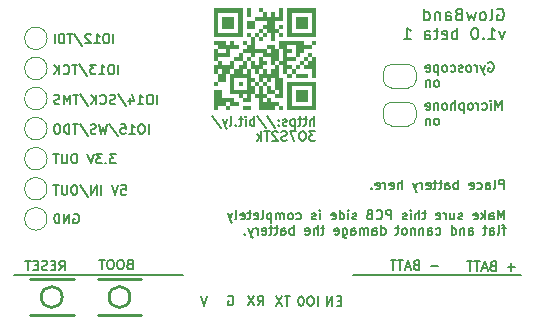
<source format=gbr>
%TF.GenerationSoftware,KiCad,Pcbnew,(6.0.9-0)*%
%TF.CreationDate,2022-11-23T11:56:12+01:00*%
%TF.ProjectId,GlowBand PCB,476c6f77-4261-46e6-9420-5043422e6b69,rev?*%
%TF.SameCoordinates,Original*%
%TF.FileFunction,Legend,Bot*%
%TF.FilePolarity,Positive*%
%FSLAX46Y46*%
G04 Gerber Fmt 4.6, Leading zero omitted, Abs format (unit mm)*
G04 Created by KiCad (PCBNEW (6.0.9-0)) date 2022-11-23 11:56:12*
%MOMM*%
%LPD*%
G01*
G04 APERTURE LIST*
G04 Aperture macros list*
%AMFreePoly0*
4,1,22,0.500000,-0.750000,0.000000,-0.750000,0.000000,-0.745033,-0.079941,-0.743568,-0.215256,-0.701293,-0.333266,-0.622738,-0.424486,-0.514219,-0.481581,-0.384460,-0.499164,-0.250000,-0.500000,-0.250000,-0.500000,0.250000,-0.499164,0.250000,-0.499963,0.256109,-0.478152,0.396186,-0.417904,0.524511,-0.324060,0.630769,-0.204165,0.706417,-0.067858,0.745374,0.000000,0.744959,0.000000,0.750000,
0.500000,0.750000,0.500000,-0.750000,0.500000,-0.750000,$1*%
%AMFreePoly1*
4,1,20,0.000000,0.744959,0.073905,0.744508,0.209726,0.703889,0.328688,0.626782,0.421226,0.519385,0.479903,0.390333,0.500000,0.250000,0.500000,-0.250000,0.499851,-0.262216,0.476331,-0.402017,0.414519,-0.529596,0.319384,-0.634700,0.198574,-0.708877,0.061801,-0.746166,0.000000,-0.745033,0.000000,-0.750000,-0.500000,-0.750000,-0.500000,0.750000,0.000000,0.750000,0.000000,0.744959,
0.000000,0.744959,$1*%
G04 Aperture macros list end*
%ADD10C,0.150000*%
%ADD11C,0.200000*%
%ADD12C,0.120000*%
%ADD13C,0.254001*%
%ADD14C,1.900000*%
%ADD15C,0.700025*%
%ADD16C,1.500000*%
%ADD17FreePoly0,180.000000*%
%ADD18FreePoly1,180.000000*%
%ADD19R,1.500000X0.900000*%
%ADD20R,3.500000X2.000000*%
%ADD21FreePoly0,0.000000*%
%ADD22FreePoly1,0.000000*%
G04 APERTURE END LIST*
D10*
X112491814Y-63497400D02*
X112568004Y-63459304D01*
X112682290Y-63459304D01*
X112796576Y-63497400D01*
X112872766Y-63573590D01*
X112910861Y-63649780D01*
X112948957Y-63802161D01*
X112948957Y-63916447D01*
X112910861Y-64068828D01*
X112872766Y-64145019D01*
X112796576Y-64221209D01*
X112682290Y-64259304D01*
X112606100Y-64259304D01*
X112491814Y-64221209D01*
X112453719Y-64183114D01*
X112453719Y-63916447D01*
X112606100Y-63916447D01*
X112187052Y-63725971D02*
X111996576Y-64259304D01*
X111806100Y-63725971D02*
X111996576Y-64259304D01*
X112072766Y-64449780D01*
X112110861Y-64487876D01*
X112187052Y-64525971D01*
X111501338Y-64259304D02*
X111501338Y-63725971D01*
X111501338Y-63878352D02*
X111463242Y-63802161D01*
X111425147Y-63764066D01*
X111348957Y-63725971D01*
X111272766Y-63725971D01*
X110891814Y-64259304D02*
X110968004Y-64221209D01*
X111006100Y-64183114D01*
X111044195Y-64106923D01*
X111044195Y-63878352D01*
X111006100Y-63802161D01*
X110968004Y-63764066D01*
X110891814Y-63725971D01*
X110777528Y-63725971D01*
X110701338Y-63764066D01*
X110663242Y-63802161D01*
X110625147Y-63878352D01*
X110625147Y-64106923D01*
X110663242Y-64183114D01*
X110701338Y-64221209D01*
X110777528Y-64259304D01*
X110891814Y-64259304D01*
X110320385Y-64221209D02*
X110244195Y-64259304D01*
X110091814Y-64259304D01*
X110015623Y-64221209D01*
X109977528Y-64145019D01*
X109977528Y-64106923D01*
X110015623Y-64030733D01*
X110091814Y-63992638D01*
X110206100Y-63992638D01*
X110282290Y-63954542D01*
X110320385Y-63878352D01*
X110320385Y-63840257D01*
X110282290Y-63764066D01*
X110206100Y-63725971D01*
X110091814Y-63725971D01*
X110015623Y-63764066D01*
X109291814Y-64221209D02*
X109368004Y-64259304D01*
X109520385Y-64259304D01*
X109596576Y-64221209D01*
X109634671Y-64183114D01*
X109672766Y-64106923D01*
X109672766Y-63878352D01*
X109634671Y-63802161D01*
X109596576Y-63764066D01*
X109520385Y-63725971D01*
X109368004Y-63725971D01*
X109291814Y-63764066D01*
X108834671Y-64259304D02*
X108910861Y-64221209D01*
X108948957Y-64183114D01*
X108987052Y-64106923D01*
X108987052Y-63878352D01*
X108948957Y-63802161D01*
X108910861Y-63764066D01*
X108834671Y-63725971D01*
X108720385Y-63725971D01*
X108644195Y-63764066D01*
X108606100Y-63802161D01*
X108568004Y-63878352D01*
X108568004Y-64106923D01*
X108606100Y-64183114D01*
X108644195Y-64221209D01*
X108720385Y-64259304D01*
X108834671Y-64259304D01*
X108225147Y-63725971D02*
X108225147Y-64525971D01*
X108225147Y-63764066D02*
X108148957Y-63725971D01*
X107996576Y-63725971D01*
X107920385Y-63764066D01*
X107882290Y-63802161D01*
X107844195Y-63878352D01*
X107844195Y-64106923D01*
X107882290Y-64183114D01*
X107920385Y-64221209D01*
X107996576Y-64259304D01*
X108148957Y-64259304D01*
X108225147Y-64221209D01*
X107196576Y-64221209D02*
X107272766Y-64259304D01*
X107425147Y-64259304D01*
X107501338Y-64221209D01*
X107539433Y-64145019D01*
X107539433Y-63840257D01*
X107501338Y-63764066D01*
X107425147Y-63725971D01*
X107272766Y-63725971D01*
X107196576Y-63764066D01*
X107158480Y-63840257D01*
X107158480Y-63916447D01*
X107539433Y-63992638D01*
X108148957Y-65547304D02*
X108225147Y-65509209D01*
X108263242Y-65471114D01*
X108301338Y-65394923D01*
X108301338Y-65166352D01*
X108263242Y-65090161D01*
X108225147Y-65052066D01*
X108148957Y-65013971D01*
X108034671Y-65013971D01*
X107958480Y-65052066D01*
X107920385Y-65090161D01*
X107882290Y-65166352D01*
X107882290Y-65394923D01*
X107920385Y-65471114D01*
X107958480Y-65509209D01*
X108034671Y-65547304D01*
X108148957Y-65547304D01*
X107539433Y-65013971D02*
X107539433Y-65547304D01*
X107539433Y-65090161D02*
X107501338Y-65052066D01*
X107425147Y-65013971D01*
X107310861Y-65013971D01*
X107234671Y-65052066D01*
X107196576Y-65128257D01*
X107196576Y-65547304D01*
D11*
X100990400Y-81496230D02*
X115265200Y-81496230D01*
X72313800Y-81496230D02*
X86588600Y-81496230D01*
D10*
X95681723Y-83280304D02*
X95224580Y-83280304D01*
X95453152Y-84080304D02*
X95453152Y-83280304D01*
X95034104Y-83280304D02*
X94500771Y-84080304D01*
X94500771Y-83280304D02*
X95034104Y-84080304D01*
X77389471Y-76358800D02*
X77465661Y-76320704D01*
X77579947Y-76320704D01*
X77694233Y-76358800D01*
X77770423Y-76434990D01*
X77808519Y-76511180D01*
X77846614Y-76663561D01*
X77846614Y-76777847D01*
X77808519Y-76930228D01*
X77770423Y-77006419D01*
X77694233Y-77082609D01*
X77579947Y-77120704D01*
X77503757Y-77120704D01*
X77389471Y-77082609D01*
X77351376Y-77044514D01*
X77351376Y-76777847D01*
X77503757Y-76777847D01*
X77008519Y-77120704D02*
X77008519Y-76320704D01*
X76551376Y-77120704D01*
X76551376Y-76320704D01*
X76170423Y-77120704D02*
X76170423Y-76320704D01*
X75979947Y-76320704D01*
X75865661Y-76358800D01*
X75789471Y-76434990D01*
X75751376Y-76511180D01*
X75713280Y-76663561D01*
X75713280Y-76777847D01*
X75751376Y-76930228D01*
X75789471Y-77006419D01*
X75865661Y-77082609D01*
X75979947Y-77120704D01*
X76170423Y-77120704D01*
X108235504Y-80727542D02*
X107625980Y-80727542D01*
X106368838Y-80613257D02*
X106254552Y-80651352D01*
X106216457Y-80689447D01*
X106178361Y-80765638D01*
X106178361Y-80879923D01*
X106216457Y-80956114D01*
X106254552Y-80994209D01*
X106330742Y-81032304D01*
X106635504Y-81032304D01*
X106635504Y-80232304D01*
X106368838Y-80232304D01*
X106292647Y-80270400D01*
X106254552Y-80308495D01*
X106216457Y-80384685D01*
X106216457Y-80460876D01*
X106254552Y-80537066D01*
X106292647Y-80575161D01*
X106368838Y-80613257D01*
X106635504Y-80613257D01*
X105873600Y-80803733D02*
X105492647Y-80803733D01*
X105949790Y-81032304D02*
X105683123Y-80232304D01*
X105416457Y-81032304D01*
X105264076Y-80232304D02*
X104806933Y-80232304D01*
X105035504Y-81032304D02*
X105035504Y-80232304D01*
X104654552Y-80232304D02*
X104197409Y-80232304D01*
X104425980Y-81032304D02*
X104425980Y-80232304D01*
X114712504Y-80803742D02*
X114102980Y-80803742D01*
X114407742Y-81108504D02*
X114407742Y-80498980D01*
X112845838Y-80689457D02*
X112731552Y-80727552D01*
X112693457Y-80765647D01*
X112655361Y-80841838D01*
X112655361Y-80956123D01*
X112693457Y-81032314D01*
X112731552Y-81070409D01*
X112807742Y-81108504D01*
X113112504Y-81108504D01*
X113112504Y-80308504D01*
X112845838Y-80308504D01*
X112769647Y-80346600D01*
X112731552Y-80384695D01*
X112693457Y-80460885D01*
X112693457Y-80537076D01*
X112731552Y-80613266D01*
X112769647Y-80651361D01*
X112845838Y-80689457D01*
X113112504Y-80689457D01*
X112350600Y-80879933D02*
X111969647Y-80879933D01*
X112426790Y-81108504D02*
X112160123Y-80308504D01*
X111893457Y-81108504D01*
X111741076Y-80308504D02*
X111283933Y-80308504D01*
X111512504Y-81108504D02*
X111512504Y-80308504D01*
X111131552Y-80308504D02*
X110674409Y-80308504D01*
X110902980Y-81108504D02*
X110902980Y-80308504D01*
X97730623Y-68831304D02*
X97730623Y-68031304D01*
X97387766Y-68831304D02*
X97387766Y-68412257D01*
X97425861Y-68336066D01*
X97502052Y-68297971D01*
X97616338Y-68297971D01*
X97692528Y-68336066D01*
X97730623Y-68374161D01*
X97121100Y-68297971D02*
X96816338Y-68297971D01*
X97006814Y-68031304D02*
X97006814Y-68717019D01*
X96968719Y-68793209D01*
X96892528Y-68831304D01*
X96816338Y-68831304D01*
X96663957Y-68297971D02*
X96359195Y-68297971D01*
X96549671Y-68031304D02*
X96549671Y-68717019D01*
X96511576Y-68793209D01*
X96435385Y-68831304D01*
X96359195Y-68831304D01*
X96092528Y-68297971D02*
X96092528Y-69097971D01*
X96092528Y-68336066D02*
X96016338Y-68297971D01*
X95863957Y-68297971D01*
X95787766Y-68336066D01*
X95749671Y-68374161D01*
X95711576Y-68450352D01*
X95711576Y-68678923D01*
X95749671Y-68755114D01*
X95787766Y-68793209D01*
X95863957Y-68831304D01*
X96016338Y-68831304D01*
X96092528Y-68793209D01*
X95406814Y-68793209D02*
X95330623Y-68831304D01*
X95178242Y-68831304D01*
X95102052Y-68793209D01*
X95063957Y-68717019D01*
X95063957Y-68678923D01*
X95102052Y-68602733D01*
X95178242Y-68564638D01*
X95292528Y-68564638D01*
X95368719Y-68526542D01*
X95406814Y-68450352D01*
X95406814Y-68412257D01*
X95368719Y-68336066D01*
X95292528Y-68297971D01*
X95178242Y-68297971D01*
X95102052Y-68336066D01*
X94721100Y-68755114D02*
X94683004Y-68793209D01*
X94721100Y-68831304D01*
X94759195Y-68793209D01*
X94721100Y-68755114D01*
X94721100Y-68831304D01*
X94721100Y-68336066D02*
X94683004Y-68374161D01*
X94721100Y-68412257D01*
X94759195Y-68374161D01*
X94721100Y-68336066D01*
X94721100Y-68412257D01*
X93768719Y-67993209D02*
X94454433Y-69021780D01*
X92930623Y-67993209D02*
X93616338Y-69021780D01*
X92663957Y-68831304D02*
X92663957Y-68031304D01*
X92663957Y-68336066D02*
X92587766Y-68297971D01*
X92435385Y-68297971D01*
X92359195Y-68336066D01*
X92321100Y-68374161D01*
X92283004Y-68450352D01*
X92283004Y-68678923D01*
X92321100Y-68755114D01*
X92359195Y-68793209D01*
X92435385Y-68831304D01*
X92587766Y-68831304D01*
X92663957Y-68793209D01*
X91940147Y-68831304D02*
X91940147Y-68297971D01*
X91940147Y-68031304D02*
X91978242Y-68069400D01*
X91940147Y-68107495D01*
X91902052Y-68069400D01*
X91940147Y-68031304D01*
X91940147Y-68107495D01*
X91673480Y-68297971D02*
X91368719Y-68297971D01*
X91559195Y-68031304D02*
X91559195Y-68717019D01*
X91521100Y-68793209D01*
X91444909Y-68831304D01*
X91368719Y-68831304D01*
X91102052Y-68755114D02*
X91063957Y-68793209D01*
X91102052Y-68831304D01*
X91140147Y-68793209D01*
X91102052Y-68755114D01*
X91102052Y-68831304D01*
X90606814Y-68831304D02*
X90683004Y-68793209D01*
X90721100Y-68717019D01*
X90721100Y-68031304D01*
X90378242Y-68297971D02*
X90187766Y-68831304D01*
X89997290Y-68297971D02*
X90187766Y-68831304D01*
X90263957Y-69021780D01*
X90302052Y-69059876D01*
X90378242Y-69097971D01*
X89121100Y-67993209D02*
X89806814Y-69021780D01*
X97806814Y-69319304D02*
X97311576Y-69319304D01*
X97578242Y-69624066D01*
X97463957Y-69624066D01*
X97387766Y-69662161D01*
X97349671Y-69700257D01*
X97311576Y-69776447D01*
X97311576Y-69966923D01*
X97349671Y-70043114D01*
X97387766Y-70081209D01*
X97463957Y-70119304D01*
X97692528Y-70119304D01*
X97768719Y-70081209D01*
X97806814Y-70043114D01*
X96816338Y-69319304D02*
X96663957Y-69319304D01*
X96587766Y-69357400D01*
X96511576Y-69433590D01*
X96473480Y-69585971D01*
X96473480Y-69852638D01*
X96511576Y-70005019D01*
X96587766Y-70081209D01*
X96663957Y-70119304D01*
X96816338Y-70119304D01*
X96892528Y-70081209D01*
X96968719Y-70005019D01*
X97006814Y-69852638D01*
X97006814Y-69585971D01*
X96968719Y-69433590D01*
X96892528Y-69357400D01*
X96816338Y-69319304D01*
X96206814Y-69319304D02*
X95673480Y-69319304D01*
X96016338Y-70119304D01*
X95406814Y-70081209D02*
X95292528Y-70119304D01*
X95102052Y-70119304D01*
X95025861Y-70081209D01*
X94987766Y-70043114D01*
X94949671Y-69966923D01*
X94949671Y-69890733D01*
X94987766Y-69814542D01*
X95025861Y-69776447D01*
X95102052Y-69738352D01*
X95254433Y-69700257D01*
X95330623Y-69662161D01*
X95368719Y-69624066D01*
X95406814Y-69547876D01*
X95406814Y-69471685D01*
X95368719Y-69395495D01*
X95330623Y-69357400D01*
X95254433Y-69319304D01*
X95063957Y-69319304D01*
X94949671Y-69357400D01*
X94644909Y-69395495D02*
X94606814Y-69357400D01*
X94530623Y-69319304D01*
X94340147Y-69319304D01*
X94263957Y-69357400D01*
X94225861Y-69395495D01*
X94187766Y-69471685D01*
X94187766Y-69547876D01*
X94225861Y-69662161D01*
X94683004Y-70119304D01*
X94187766Y-70119304D01*
X93959195Y-69319304D02*
X93502052Y-69319304D01*
X93730623Y-70119304D02*
X93730623Y-69319304D01*
X93235385Y-70119304D02*
X93235385Y-69319304D01*
X93159195Y-69814542D02*
X92930623Y-70119304D01*
X92930623Y-69585971D02*
X93235385Y-69890733D01*
X100006076Y-83661257D02*
X99739409Y-83661257D01*
X99625123Y-84080304D02*
X100006076Y-84080304D01*
X100006076Y-83280304D01*
X99625123Y-83280304D01*
X99282266Y-84080304D02*
X99282266Y-83280304D01*
X98825123Y-84080304D01*
X98825123Y-83280304D01*
X80932328Y-71240704D02*
X80437090Y-71240704D01*
X80703757Y-71545466D01*
X80589471Y-71545466D01*
X80513280Y-71583561D01*
X80475185Y-71621657D01*
X80437090Y-71697847D01*
X80437090Y-71888323D01*
X80475185Y-71964514D01*
X80513280Y-72002609D01*
X80589471Y-72040704D01*
X80818042Y-72040704D01*
X80894233Y-72002609D01*
X80932328Y-71964514D01*
X80094233Y-71964514D02*
X80056138Y-72002609D01*
X80094233Y-72040704D01*
X80132328Y-72002609D01*
X80094233Y-71964514D01*
X80094233Y-72040704D01*
X79789471Y-71240704D02*
X79294233Y-71240704D01*
X79560900Y-71545466D01*
X79446614Y-71545466D01*
X79370423Y-71583561D01*
X79332328Y-71621657D01*
X79294233Y-71697847D01*
X79294233Y-71888323D01*
X79332328Y-71964514D01*
X79370423Y-72002609D01*
X79446614Y-72040704D01*
X79675185Y-72040704D01*
X79751376Y-72002609D01*
X79789471Y-71964514D01*
X79065661Y-71240704D02*
X78798995Y-72040704D01*
X78532328Y-71240704D01*
X77503757Y-71240704D02*
X77351376Y-71240704D01*
X77275185Y-71278800D01*
X77198995Y-71354990D01*
X77160900Y-71507371D01*
X77160900Y-71774038D01*
X77198995Y-71926419D01*
X77275185Y-72002609D01*
X77351376Y-72040704D01*
X77503757Y-72040704D01*
X77579947Y-72002609D01*
X77656138Y-71926419D01*
X77694233Y-71774038D01*
X77694233Y-71507371D01*
X77656138Y-71354990D01*
X77579947Y-71278800D01*
X77503757Y-71240704D01*
X76818042Y-71240704D02*
X76818042Y-71888323D01*
X76779947Y-71964514D01*
X76741852Y-72002609D01*
X76665661Y-72040704D01*
X76513280Y-72040704D01*
X76437090Y-72002609D01*
X76398995Y-71964514D01*
X76360900Y-71888323D01*
X76360900Y-71240704D01*
X76094233Y-71240704D02*
X75637090Y-71240704D01*
X75865661Y-72040704D02*
X75865661Y-71240704D01*
X81389471Y-73882304D02*
X81770423Y-73882304D01*
X81808519Y-74263257D01*
X81770423Y-74225161D01*
X81694233Y-74187066D01*
X81503757Y-74187066D01*
X81427566Y-74225161D01*
X81389471Y-74263257D01*
X81351376Y-74339447D01*
X81351376Y-74529923D01*
X81389471Y-74606114D01*
X81427566Y-74644209D01*
X81503757Y-74682304D01*
X81694233Y-74682304D01*
X81770423Y-74644209D01*
X81808519Y-74606114D01*
X81122804Y-73882304D02*
X80856138Y-74682304D01*
X80589471Y-73882304D01*
X79713280Y-74682304D02*
X79713280Y-73882304D01*
X79332328Y-74682304D02*
X79332328Y-73882304D01*
X78875185Y-74682304D01*
X78875185Y-73882304D01*
X77922804Y-73844209D02*
X78608519Y-74872780D01*
X77503757Y-73882304D02*
X77351376Y-73882304D01*
X77275185Y-73920400D01*
X77198995Y-73996590D01*
X77160900Y-74148971D01*
X77160900Y-74415638D01*
X77198995Y-74568019D01*
X77275185Y-74644209D01*
X77351376Y-74682304D01*
X77503757Y-74682304D01*
X77579947Y-74644209D01*
X77656138Y-74568019D01*
X77694233Y-74415638D01*
X77694233Y-74148971D01*
X77656138Y-73996590D01*
X77579947Y-73920400D01*
X77503757Y-73882304D01*
X76818042Y-73882304D02*
X76818042Y-74529923D01*
X76779947Y-74606114D01*
X76741852Y-74644209D01*
X76665661Y-74682304D01*
X76513280Y-74682304D01*
X76437090Y-74644209D01*
X76398995Y-74606114D01*
X76360900Y-74529923D01*
X76360900Y-73882304D01*
X76094233Y-73882304D02*
X75637090Y-73882304D01*
X75865661Y-74682304D02*
X75865661Y-73882304D01*
X98031200Y-84080304D02*
X98031200Y-83280304D01*
X97497866Y-83280304D02*
X97345485Y-83280304D01*
X97269295Y-83318400D01*
X97193104Y-83394590D01*
X97155009Y-83546971D01*
X97155009Y-83813638D01*
X97193104Y-83966019D01*
X97269295Y-84042209D01*
X97345485Y-84080304D01*
X97497866Y-84080304D01*
X97574057Y-84042209D01*
X97650247Y-83966019D01*
X97688342Y-83813638D01*
X97688342Y-83546971D01*
X97650247Y-83394590D01*
X97574057Y-83318400D01*
X97497866Y-83280304D01*
X96659771Y-83280304D02*
X96583580Y-83280304D01*
X96507390Y-83318400D01*
X96469295Y-83356495D01*
X96431200Y-83432685D01*
X96393104Y-83585066D01*
X96393104Y-83775542D01*
X96431200Y-83927923D01*
X96469295Y-84004114D01*
X96507390Y-84042209D01*
X96583580Y-84080304D01*
X96659771Y-84080304D01*
X96735961Y-84042209D01*
X96774057Y-84004114D01*
X96812152Y-83927923D01*
X96850247Y-83775542D01*
X96850247Y-83585066D01*
X96812152Y-83432685D01*
X96774057Y-83356495D01*
X96735961Y-83318400D01*
X96659771Y-83280304D01*
X88658666Y-83280304D02*
X88392000Y-84080304D01*
X88125333Y-83280304D01*
X83713280Y-69526104D02*
X83713280Y-68726104D01*
X83179947Y-68726104D02*
X83027566Y-68726104D01*
X82951376Y-68764200D01*
X82875185Y-68840390D01*
X82837090Y-68992771D01*
X82837090Y-69259438D01*
X82875185Y-69411819D01*
X82951376Y-69488009D01*
X83027566Y-69526104D01*
X83179947Y-69526104D01*
X83256138Y-69488009D01*
X83332328Y-69411819D01*
X83370423Y-69259438D01*
X83370423Y-68992771D01*
X83332328Y-68840390D01*
X83256138Y-68764200D01*
X83179947Y-68726104D01*
X82075185Y-69526104D02*
X82532328Y-69526104D01*
X82303757Y-69526104D02*
X82303757Y-68726104D01*
X82379947Y-68840390D01*
X82456138Y-68916580D01*
X82532328Y-68954676D01*
X81351376Y-68726104D02*
X81732328Y-68726104D01*
X81770423Y-69107057D01*
X81732328Y-69068961D01*
X81656138Y-69030866D01*
X81465661Y-69030866D01*
X81389471Y-69068961D01*
X81351376Y-69107057D01*
X81313280Y-69183247D01*
X81313280Y-69373723D01*
X81351376Y-69449914D01*
X81389471Y-69488009D01*
X81465661Y-69526104D01*
X81656138Y-69526104D01*
X81732328Y-69488009D01*
X81770423Y-69449914D01*
X80398995Y-68688009D02*
X81084709Y-69716580D01*
X80208519Y-68726104D02*
X80018042Y-69526104D01*
X79865661Y-68954676D01*
X79713280Y-69526104D01*
X79522804Y-68726104D01*
X79256138Y-69488009D02*
X79141852Y-69526104D01*
X78951376Y-69526104D01*
X78875185Y-69488009D01*
X78837090Y-69449914D01*
X78798995Y-69373723D01*
X78798995Y-69297533D01*
X78837090Y-69221342D01*
X78875185Y-69183247D01*
X78951376Y-69145152D01*
X79103757Y-69107057D01*
X79179947Y-69068961D01*
X79218042Y-69030866D01*
X79256138Y-68954676D01*
X79256138Y-68878485D01*
X79218042Y-68802295D01*
X79179947Y-68764200D01*
X79103757Y-68726104D01*
X78913280Y-68726104D01*
X78798995Y-68764200D01*
X77884709Y-68688009D02*
X78570423Y-69716580D01*
X77732328Y-68726104D02*
X77275185Y-68726104D01*
X77503757Y-69526104D02*
X77503757Y-68726104D01*
X77008519Y-69526104D02*
X77008519Y-68726104D01*
X76818042Y-68726104D01*
X76703757Y-68764200D01*
X76627566Y-68840390D01*
X76589471Y-68916580D01*
X76551376Y-69068961D01*
X76551376Y-69183247D01*
X76589471Y-69335628D01*
X76627566Y-69411819D01*
X76703757Y-69488009D01*
X76818042Y-69526104D01*
X77008519Y-69526104D01*
X76056138Y-68726104D02*
X75903757Y-68726104D01*
X75827566Y-68764200D01*
X75751376Y-68840390D01*
X75713280Y-68992771D01*
X75713280Y-69259438D01*
X75751376Y-69411819D01*
X75827566Y-69488009D01*
X75903757Y-69526104D01*
X76056138Y-69526104D01*
X76132328Y-69488009D01*
X76208519Y-69411819D01*
X76246614Y-69259438D01*
X76246614Y-68992771D01*
X76208519Y-68840390D01*
X76132328Y-68764200D01*
X76056138Y-68726104D01*
X90443076Y-83293000D02*
X90519266Y-83254904D01*
X90633552Y-83254904D01*
X90747838Y-83293000D01*
X90824028Y-83369190D01*
X90862123Y-83445380D01*
X90900219Y-83597761D01*
X90900219Y-83712047D01*
X90862123Y-83864428D01*
X90824028Y-83940619D01*
X90747838Y-84016809D01*
X90633552Y-84054904D01*
X90557361Y-84054904D01*
X90443076Y-84016809D01*
X90404980Y-83978714D01*
X90404980Y-83712047D01*
X90557361Y-83712047D01*
X82086314Y-80562457D02*
X81972028Y-80600552D01*
X81933933Y-80638647D01*
X81895838Y-80714838D01*
X81895838Y-80829123D01*
X81933933Y-80905314D01*
X81972028Y-80943409D01*
X82048219Y-80981504D01*
X82352980Y-80981504D01*
X82352980Y-80181504D01*
X82086314Y-80181504D01*
X82010123Y-80219600D01*
X81972028Y-80257695D01*
X81933933Y-80333885D01*
X81933933Y-80410076D01*
X81972028Y-80486266D01*
X82010123Y-80524361D01*
X82086314Y-80562457D01*
X82352980Y-80562457D01*
X81400600Y-80181504D02*
X81248219Y-80181504D01*
X81172028Y-80219600D01*
X81095838Y-80295790D01*
X81057742Y-80448171D01*
X81057742Y-80714838D01*
X81095838Y-80867219D01*
X81172028Y-80943409D01*
X81248219Y-80981504D01*
X81400600Y-80981504D01*
X81476790Y-80943409D01*
X81552980Y-80867219D01*
X81591076Y-80714838D01*
X81591076Y-80448171D01*
X81552980Y-80295790D01*
X81476790Y-80219600D01*
X81400600Y-80181504D01*
X80562504Y-80181504D02*
X80410123Y-80181504D01*
X80333933Y-80219600D01*
X80257742Y-80295790D01*
X80219647Y-80448171D01*
X80219647Y-80714838D01*
X80257742Y-80867219D01*
X80333933Y-80943409D01*
X80410123Y-80981504D01*
X80562504Y-80981504D01*
X80638695Y-80943409D01*
X80714885Y-80867219D01*
X80752980Y-80714838D01*
X80752980Y-80448171D01*
X80714885Y-80295790D01*
X80638695Y-80219600D01*
X80562504Y-80181504D01*
X79991076Y-80181504D02*
X79533933Y-80181504D01*
X79762504Y-80981504D02*
X79762504Y-80181504D01*
X84437090Y-67011504D02*
X84437090Y-66211504D01*
X83903757Y-66211504D02*
X83751376Y-66211504D01*
X83675185Y-66249600D01*
X83598995Y-66325790D01*
X83560900Y-66478171D01*
X83560900Y-66744838D01*
X83598995Y-66897219D01*
X83675185Y-66973409D01*
X83751376Y-67011504D01*
X83903757Y-67011504D01*
X83979947Y-66973409D01*
X84056138Y-66897219D01*
X84094233Y-66744838D01*
X84094233Y-66478171D01*
X84056138Y-66325790D01*
X83979947Y-66249600D01*
X83903757Y-66211504D01*
X82798995Y-67011504D02*
X83256138Y-67011504D01*
X83027566Y-67011504D02*
X83027566Y-66211504D01*
X83103757Y-66325790D01*
X83179947Y-66401980D01*
X83256138Y-66440076D01*
X82113280Y-66478171D02*
X82113280Y-67011504D01*
X82303757Y-66173409D02*
X82494233Y-66744838D01*
X81998995Y-66744838D01*
X81122804Y-66173409D02*
X81808519Y-67201980D01*
X80894233Y-66973409D02*
X80779947Y-67011504D01*
X80589471Y-67011504D01*
X80513280Y-66973409D01*
X80475185Y-66935314D01*
X80437090Y-66859123D01*
X80437090Y-66782933D01*
X80475185Y-66706742D01*
X80513280Y-66668647D01*
X80589471Y-66630552D01*
X80741852Y-66592457D01*
X80818042Y-66554361D01*
X80856138Y-66516266D01*
X80894233Y-66440076D01*
X80894233Y-66363885D01*
X80856138Y-66287695D01*
X80818042Y-66249600D01*
X80741852Y-66211504D01*
X80551376Y-66211504D01*
X80437090Y-66249600D01*
X79637090Y-66935314D02*
X79675185Y-66973409D01*
X79789471Y-67011504D01*
X79865661Y-67011504D01*
X79979947Y-66973409D01*
X80056138Y-66897219D01*
X80094233Y-66821028D01*
X80132328Y-66668647D01*
X80132328Y-66554361D01*
X80094233Y-66401980D01*
X80056138Y-66325790D01*
X79979947Y-66249600D01*
X79865661Y-66211504D01*
X79789471Y-66211504D01*
X79675185Y-66249600D01*
X79637090Y-66287695D01*
X79294233Y-67011504D02*
X79294233Y-66211504D01*
X78837090Y-67011504D02*
X79179947Y-66554361D01*
X78837090Y-66211504D02*
X79294233Y-66668647D01*
X77922804Y-66173409D02*
X78608519Y-67201980D01*
X77770423Y-66211504D02*
X77313280Y-66211504D01*
X77541852Y-67011504D02*
X77541852Y-66211504D01*
X77046614Y-67011504D02*
X77046614Y-66211504D01*
X76779947Y-66782933D01*
X76513280Y-66211504D01*
X76513280Y-67011504D01*
X76170423Y-66973409D02*
X76056138Y-67011504D01*
X75865661Y-67011504D01*
X75789471Y-66973409D01*
X75751376Y-66935314D01*
X75713280Y-66859123D01*
X75713280Y-66782933D01*
X75751376Y-66706742D01*
X75789471Y-66668647D01*
X75865661Y-66630552D01*
X76018042Y-66592457D01*
X76094233Y-66554361D01*
X76132328Y-66516266D01*
X76170423Y-66440076D01*
X76170423Y-66363885D01*
X76132328Y-66287695D01*
X76094233Y-66249600D01*
X76018042Y-66211504D01*
X75827566Y-66211504D01*
X75713280Y-66249600D01*
X76168104Y-81083104D02*
X76434771Y-80702152D01*
X76625247Y-81083104D02*
X76625247Y-80283104D01*
X76320485Y-80283104D01*
X76244295Y-80321200D01*
X76206200Y-80359295D01*
X76168104Y-80435485D01*
X76168104Y-80549771D01*
X76206200Y-80625961D01*
X76244295Y-80664057D01*
X76320485Y-80702152D01*
X76625247Y-80702152D01*
X75825247Y-80664057D02*
X75558580Y-80664057D01*
X75444295Y-81083104D02*
X75825247Y-81083104D01*
X75825247Y-80283104D01*
X75444295Y-80283104D01*
X75139533Y-81045009D02*
X75025247Y-81083104D01*
X74834771Y-81083104D01*
X74758580Y-81045009D01*
X74720485Y-81006914D01*
X74682390Y-80930723D01*
X74682390Y-80854533D01*
X74720485Y-80778342D01*
X74758580Y-80740247D01*
X74834771Y-80702152D01*
X74987152Y-80664057D01*
X75063342Y-80625961D01*
X75101438Y-80587866D01*
X75139533Y-80511676D01*
X75139533Y-80435485D01*
X75101438Y-80359295D01*
X75063342Y-80321200D01*
X74987152Y-80283104D01*
X74796676Y-80283104D01*
X74682390Y-80321200D01*
X74339533Y-80664057D02*
X74072866Y-80664057D01*
X73958580Y-81083104D02*
X74339533Y-81083104D01*
X74339533Y-80283104D01*
X73958580Y-80283104D01*
X73730009Y-80283104D02*
X73272866Y-80283104D01*
X73501438Y-81083104D02*
X73501438Y-80283104D01*
X113834223Y-74198104D02*
X113834223Y-73398104D01*
X113529461Y-73398104D01*
X113453271Y-73436200D01*
X113415176Y-73474295D01*
X113377080Y-73550485D01*
X113377080Y-73664771D01*
X113415176Y-73740961D01*
X113453271Y-73779057D01*
X113529461Y-73817152D01*
X113834223Y-73817152D01*
X112919938Y-74198104D02*
X112996128Y-74160009D01*
X113034223Y-74083819D01*
X113034223Y-73398104D01*
X112272319Y-74198104D02*
X112272319Y-73779057D01*
X112310414Y-73702866D01*
X112386604Y-73664771D01*
X112538985Y-73664771D01*
X112615176Y-73702866D01*
X112272319Y-74160009D02*
X112348509Y-74198104D01*
X112538985Y-74198104D01*
X112615176Y-74160009D01*
X112653271Y-74083819D01*
X112653271Y-74007628D01*
X112615176Y-73931438D01*
X112538985Y-73893342D01*
X112348509Y-73893342D01*
X112272319Y-73855247D01*
X111548509Y-74160009D02*
X111624700Y-74198104D01*
X111777080Y-74198104D01*
X111853271Y-74160009D01*
X111891366Y-74121914D01*
X111929461Y-74045723D01*
X111929461Y-73817152D01*
X111891366Y-73740961D01*
X111853271Y-73702866D01*
X111777080Y-73664771D01*
X111624700Y-73664771D01*
X111548509Y-73702866D01*
X110900890Y-74160009D02*
X110977080Y-74198104D01*
X111129461Y-74198104D01*
X111205652Y-74160009D01*
X111243747Y-74083819D01*
X111243747Y-73779057D01*
X111205652Y-73702866D01*
X111129461Y-73664771D01*
X110977080Y-73664771D01*
X110900890Y-73702866D01*
X110862795Y-73779057D01*
X110862795Y-73855247D01*
X111243747Y-73931438D01*
X109910414Y-74198104D02*
X109910414Y-73398104D01*
X109910414Y-73702866D02*
X109834223Y-73664771D01*
X109681842Y-73664771D01*
X109605652Y-73702866D01*
X109567557Y-73740961D01*
X109529461Y-73817152D01*
X109529461Y-74045723D01*
X109567557Y-74121914D01*
X109605652Y-74160009D01*
X109681842Y-74198104D01*
X109834223Y-74198104D01*
X109910414Y-74160009D01*
X108843747Y-74198104D02*
X108843747Y-73779057D01*
X108881842Y-73702866D01*
X108958033Y-73664771D01*
X109110414Y-73664771D01*
X109186604Y-73702866D01*
X108843747Y-74160009D02*
X108919938Y-74198104D01*
X109110414Y-74198104D01*
X109186604Y-74160009D01*
X109224700Y-74083819D01*
X109224700Y-74007628D01*
X109186604Y-73931438D01*
X109110414Y-73893342D01*
X108919938Y-73893342D01*
X108843747Y-73855247D01*
X108577080Y-73664771D02*
X108272319Y-73664771D01*
X108462795Y-73398104D02*
X108462795Y-74083819D01*
X108424700Y-74160009D01*
X108348509Y-74198104D01*
X108272319Y-74198104D01*
X108119938Y-73664771D02*
X107815176Y-73664771D01*
X108005652Y-73398104D02*
X108005652Y-74083819D01*
X107967557Y-74160009D01*
X107891366Y-74198104D01*
X107815176Y-74198104D01*
X107243747Y-74160009D02*
X107319938Y-74198104D01*
X107472319Y-74198104D01*
X107548509Y-74160009D01*
X107586604Y-74083819D01*
X107586604Y-73779057D01*
X107548509Y-73702866D01*
X107472319Y-73664771D01*
X107319938Y-73664771D01*
X107243747Y-73702866D01*
X107205652Y-73779057D01*
X107205652Y-73855247D01*
X107586604Y-73931438D01*
X106862795Y-74198104D02*
X106862795Y-73664771D01*
X106862795Y-73817152D02*
X106824700Y-73740961D01*
X106786604Y-73702866D01*
X106710414Y-73664771D01*
X106634223Y-73664771D01*
X106443747Y-73664771D02*
X106253271Y-74198104D01*
X106062795Y-73664771D02*
X106253271Y-74198104D01*
X106329461Y-74388580D01*
X106367557Y-74426676D01*
X106443747Y-74464771D01*
X105148509Y-74198104D02*
X105148509Y-73398104D01*
X104805652Y-74198104D02*
X104805652Y-73779057D01*
X104843747Y-73702866D01*
X104919938Y-73664771D01*
X105034223Y-73664771D01*
X105110414Y-73702866D01*
X105148509Y-73740961D01*
X104119938Y-74160009D02*
X104196128Y-74198104D01*
X104348509Y-74198104D01*
X104424700Y-74160009D01*
X104462795Y-74083819D01*
X104462795Y-73779057D01*
X104424700Y-73702866D01*
X104348509Y-73664771D01*
X104196128Y-73664771D01*
X104119938Y-73702866D01*
X104081842Y-73779057D01*
X104081842Y-73855247D01*
X104462795Y-73931438D01*
X103738985Y-74198104D02*
X103738985Y-73664771D01*
X103738985Y-73817152D02*
X103700890Y-73740961D01*
X103662795Y-73702866D01*
X103586604Y-73664771D01*
X103510414Y-73664771D01*
X102938985Y-74160009D02*
X103015176Y-74198104D01*
X103167557Y-74198104D01*
X103243747Y-74160009D01*
X103281842Y-74083819D01*
X103281842Y-73779057D01*
X103243747Y-73702866D01*
X103167557Y-73664771D01*
X103015176Y-73664771D01*
X102938985Y-73702866D01*
X102900890Y-73779057D01*
X102900890Y-73855247D01*
X103281842Y-73931438D01*
X102558033Y-74121914D02*
X102519938Y-74160009D01*
X102558033Y-74198104D01*
X102596128Y-74160009D01*
X102558033Y-74121914D01*
X102558033Y-74198104D01*
X113834223Y-76774104D02*
X113834223Y-75974104D01*
X113567557Y-76545533D01*
X113300890Y-75974104D01*
X113300890Y-76774104D01*
X112577080Y-76774104D02*
X112577080Y-76355057D01*
X112615176Y-76278866D01*
X112691366Y-76240771D01*
X112843747Y-76240771D01*
X112919938Y-76278866D01*
X112577080Y-76736009D02*
X112653271Y-76774104D01*
X112843747Y-76774104D01*
X112919938Y-76736009D01*
X112958033Y-76659819D01*
X112958033Y-76583628D01*
X112919938Y-76507438D01*
X112843747Y-76469342D01*
X112653271Y-76469342D01*
X112577080Y-76431247D01*
X112196128Y-76774104D02*
X112196128Y-75974104D01*
X112119938Y-76469342D02*
X111891366Y-76774104D01*
X111891366Y-76240771D02*
X112196128Y-76545533D01*
X111243747Y-76736009D02*
X111319938Y-76774104D01*
X111472319Y-76774104D01*
X111548509Y-76736009D01*
X111586604Y-76659819D01*
X111586604Y-76355057D01*
X111548509Y-76278866D01*
X111472319Y-76240771D01*
X111319938Y-76240771D01*
X111243747Y-76278866D01*
X111205652Y-76355057D01*
X111205652Y-76431247D01*
X111586604Y-76507438D01*
X110291366Y-76736009D02*
X110215176Y-76774104D01*
X110062795Y-76774104D01*
X109986604Y-76736009D01*
X109948509Y-76659819D01*
X109948509Y-76621723D01*
X109986604Y-76545533D01*
X110062795Y-76507438D01*
X110177080Y-76507438D01*
X110253271Y-76469342D01*
X110291366Y-76393152D01*
X110291366Y-76355057D01*
X110253271Y-76278866D01*
X110177080Y-76240771D01*
X110062795Y-76240771D01*
X109986604Y-76278866D01*
X109262795Y-76240771D02*
X109262795Y-76774104D01*
X109605652Y-76240771D02*
X109605652Y-76659819D01*
X109567557Y-76736009D01*
X109491366Y-76774104D01*
X109377080Y-76774104D01*
X109300890Y-76736009D01*
X109262795Y-76697914D01*
X108881842Y-76774104D02*
X108881842Y-76240771D01*
X108881842Y-76393152D02*
X108843747Y-76316961D01*
X108805652Y-76278866D01*
X108729461Y-76240771D01*
X108653271Y-76240771D01*
X108081842Y-76736009D02*
X108158033Y-76774104D01*
X108310414Y-76774104D01*
X108386604Y-76736009D01*
X108424700Y-76659819D01*
X108424700Y-76355057D01*
X108386604Y-76278866D01*
X108310414Y-76240771D01*
X108158033Y-76240771D01*
X108081842Y-76278866D01*
X108043747Y-76355057D01*
X108043747Y-76431247D01*
X108424700Y-76507438D01*
X107205652Y-76240771D02*
X106900890Y-76240771D01*
X107091366Y-75974104D02*
X107091366Y-76659819D01*
X107053271Y-76736009D01*
X106977080Y-76774104D01*
X106900890Y-76774104D01*
X106634223Y-76774104D02*
X106634223Y-75974104D01*
X106291366Y-76774104D02*
X106291366Y-76355057D01*
X106329461Y-76278866D01*
X106405652Y-76240771D01*
X106519938Y-76240771D01*
X106596128Y-76278866D01*
X106634223Y-76316961D01*
X105910414Y-76774104D02*
X105910414Y-76240771D01*
X105910414Y-75974104D02*
X105948509Y-76012200D01*
X105910414Y-76050295D01*
X105872319Y-76012200D01*
X105910414Y-75974104D01*
X105910414Y-76050295D01*
X105567557Y-76736009D02*
X105491366Y-76774104D01*
X105338985Y-76774104D01*
X105262795Y-76736009D01*
X105224700Y-76659819D01*
X105224700Y-76621723D01*
X105262795Y-76545533D01*
X105338985Y-76507438D01*
X105453271Y-76507438D01*
X105529461Y-76469342D01*
X105567557Y-76393152D01*
X105567557Y-76355057D01*
X105529461Y-76278866D01*
X105453271Y-76240771D01*
X105338985Y-76240771D01*
X105262795Y-76278866D01*
X104272319Y-76774104D02*
X104272319Y-75974104D01*
X103967557Y-75974104D01*
X103891366Y-76012200D01*
X103853271Y-76050295D01*
X103815176Y-76126485D01*
X103815176Y-76240771D01*
X103853271Y-76316961D01*
X103891366Y-76355057D01*
X103967557Y-76393152D01*
X104272319Y-76393152D01*
X103015176Y-76697914D02*
X103053271Y-76736009D01*
X103167557Y-76774104D01*
X103243747Y-76774104D01*
X103358033Y-76736009D01*
X103434223Y-76659819D01*
X103472319Y-76583628D01*
X103510414Y-76431247D01*
X103510414Y-76316961D01*
X103472319Y-76164580D01*
X103434223Y-76088390D01*
X103358033Y-76012200D01*
X103243747Y-75974104D01*
X103167557Y-75974104D01*
X103053271Y-76012200D01*
X103015176Y-76050295D01*
X102405652Y-76355057D02*
X102291366Y-76393152D01*
X102253271Y-76431247D01*
X102215176Y-76507438D01*
X102215176Y-76621723D01*
X102253271Y-76697914D01*
X102291366Y-76736009D01*
X102367557Y-76774104D01*
X102672319Y-76774104D01*
X102672319Y-75974104D01*
X102405652Y-75974104D01*
X102329461Y-76012200D01*
X102291366Y-76050295D01*
X102253271Y-76126485D01*
X102253271Y-76202676D01*
X102291366Y-76278866D01*
X102329461Y-76316961D01*
X102405652Y-76355057D01*
X102672319Y-76355057D01*
X101300890Y-76736009D02*
X101224700Y-76774104D01*
X101072319Y-76774104D01*
X100996128Y-76736009D01*
X100958033Y-76659819D01*
X100958033Y-76621723D01*
X100996128Y-76545533D01*
X101072319Y-76507438D01*
X101186604Y-76507438D01*
X101262795Y-76469342D01*
X101300890Y-76393152D01*
X101300890Y-76355057D01*
X101262795Y-76278866D01*
X101186604Y-76240771D01*
X101072319Y-76240771D01*
X100996128Y-76278866D01*
X100615176Y-76774104D02*
X100615176Y-76240771D01*
X100615176Y-75974104D02*
X100653271Y-76012200D01*
X100615176Y-76050295D01*
X100577080Y-76012200D01*
X100615176Y-75974104D01*
X100615176Y-76050295D01*
X99891366Y-76774104D02*
X99891366Y-75974104D01*
X99891366Y-76736009D02*
X99967557Y-76774104D01*
X100119938Y-76774104D01*
X100196128Y-76736009D01*
X100234223Y-76697914D01*
X100272319Y-76621723D01*
X100272319Y-76393152D01*
X100234223Y-76316961D01*
X100196128Y-76278866D01*
X100119938Y-76240771D01*
X99967557Y-76240771D01*
X99891366Y-76278866D01*
X99205652Y-76736009D02*
X99281842Y-76774104D01*
X99434223Y-76774104D01*
X99510414Y-76736009D01*
X99548509Y-76659819D01*
X99548509Y-76355057D01*
X99510414Y-76278866D01*
X99434223Y-76240771D01*
X99281842Y-76240771D01*
X99205652Y-76278866D01*
X99167557Y-76355057D01*
X99167557Y-76431247D01*
X99548509Y-76507438D01*
X98215176Y-76774104D02*
X98215176Y-76240771D01*
X98215176Y-75974104D02*
X98253271Y-76012200D01*
X98215176Y-76050295D01*
X98177080Y-76012200D01*
X98215176Y-75974104D01*
X98215176Y-76050295D01*
X97872319Y-76736009D02*
X97796128Y-76774104D01*
X97643747Y-76774104D01*
X97567557Y-76736009D01*
X97529461Y-76659819D01*
X97529461Y-76621723D01*
X97567557Y-76545533D01*
X97643747Y-76507438D01*
X97758033Y-76507438D01*
X97834223Y-76469342D01*
X97872319Y-76393152D01*
X97872319Y-76355057D01*
X97834223Y-76278866D01*
X97758033Y-76240771D01*
X97643747Y-76240771D01*
X97567557Y-76278866D01*
X96234223Y-76736009D02*
X96310414Y-76774104D01*
X96462795Y-76774104D01*
X96538985Y-76736009D01*
X96577080Y-76697914D01*
X96615176Y-76621723D01*
X96615176Y-76393152D01*
X96577080Y-76316961D01*
X96538985Y-76278866D01*
X96462795Y-76240771D01*
X96310414Y-76240771D01*
X96234223Y-76278866D01*
X95777080Y-76774104D02*
X95853271Y-76736009D01*
X95891366Y-76697914D01*
X95929461Y-76621723D01*
X95929461Y-76393152D01*
X95891366Y-76316961D01*
X95853271Y-76278866D01*
X95777080Y-76240771D01*
X95662795Y-76240771D01*
X95586604Y-76278866D01*
X95548509Y-76316961D01*
X95510414Y-76393152D01*
X95510414Y-76621723D01*
X95548509Y-76697914D01*
X95586604Y-76736009D01*
X95662795Y-76774104D01*
X95777080Y-76774104D01*
X95167557Y-76774104D02*
X95167557Y-76240771D01*
X95167557Y-76316961D02*
X95129461Y-76278866D01*
X95053271Y-76240771D01*
X94938985Y-76240771D01*
X94862795Y-76278866D01*
X94824700Y-76355057D01*
X94824700Y-76774104D01*
X94824700Y-76355057D02*
X94786604Y-76278866D01*
X94710414Y-76240771D01*
X94596128Y-76240771D01*
X94519938Y-76278866D01*
X94481842Y-76355057D01*
X94481842Y-76774104D01*
X94100890Y-76240771D02*
X94100890Y-77040771D01*
X94100890Y-76278866D02*
X94024700Y-76240771D01*
X93872319Y-76240771D01*
X93796128Y-76278866D01*
X93758033Y-76316961D01*
X93719938Y-76393152D01*
X93719938Y-76621723D01*
X93758033Y-76697914D01*
X93796128Y-76736009D01*
X93872319Y-76774104D01*
X94024700Y-76774104D01*
X94100890Y-76736009D01*
X93262795Y-76774104D02*
X93338985Y-76736009D01*
X93377080Y-76659819D01*
X93377080Y-75974104D01*
X92653271Y-76736009D02*
X92729461Y-76774104D01*
X92881842Y-76774104D01*
X92958033Y-76736009D01*
X92996128Y-76659819D01*
X92996128Y-76355057D01*
X92958033Y-76278866D01*
X92881842Y-76240771D01*
X92729461Y-76240771D01*
X92653271Y-76278866D01*
X92615176Y-76355057D01*
X92615176Y-76431247D01*
X92996128Y-76507438D01*
X92386604Y-76240771D02*
X92081842Y-76240771D01*
X92272319Y-75974104D02*
X92272319Y-76659819D01*
X92234223Y-76736009D01*
X92158033Y-76774104D01*
X92081842Y-76774104D01*
X91510414Y-76736009D02*
X91586604Y-76774104D01*
X91738985Y-76774104D01*
X91815176Y-76736009D01*
X91853271Y-76659819D01*
X91853271Y-76355057D01*
X91815176Y-76278866D01*
X91738985Y-76240771D01*
X91586604Y-76240771D01*
X91510414Y-76278866D01*
X91472319Y-76355057D01*
X91472319Y-76431247D01*
X91853271Y-76507438D01*
X91015176Y-76774104D02*
X91091366Y-76736009D01*
X91129461Y-76659819D01*
X91129461Y-75974104D01*
X90786604Y-76240771D02*
X90596128Y-76774104D01*
X90405652Y-76240771D02*
X90596128Y-76774104D01*
X90672319Y-76964580D01*
X90710414Y-77002676D01*
X90786604Y-77040771D01*
X113948509Y-77528771D02*
X113643747Y-77528771D01*
X113834223Y-78062104D02*
X113834223Y-77376390D01*
X113796128Y-77300200D01*
X113719938Y-77262104D01*
X113643747Y-77262104D01*
X113262795Y-78062104D02*
X113338985Y-78024009D01*
X113377080Y-77947819D01*
X113377080Y-77262104D01*
X112615176Y-78062104D02*
X112615176Y-77643057D01*
X112653271Y-77566866D01*
X112729461Y-77528771D01*
X112881842Y-77528771D01*
X112958033Y-77566866D01*
X112615176Y-78024009D02*
X112691366Y-78062104D01*
X112881842Y-78062104D01*
X112958033Y-78024009D01*
X112996128Y-77947819D01*
X112996128Y-77871628D01*
X112958033Y-77795438D01*
X112881842Y-77757342D01*
X112691366Y-77757342D01*
X112615176Y-77719247D01*
X112348509Y-77528771D02*
X112043747Y-77528771D01*
X112234223Y-77262104D02*
X112234223Y-77947819D01*
X112196128Y-78024009D01*
X112119938Y-78062104D01*
X112043747Y-78062104D01*
X110824700Y-78062104D02*
X110824700Y-77643057D01*
X110862795Y-77566866D01*
X110938985Y-77528771D01*
X111091366Y-77528771D01*
X111167557Y-77566866D01*
X110824700Y-78024009D02*
X110900890Y-78062104D01*
X111091366Y-78062104D01*
X111167557Y-78024009D01*
X111205652Y-77947819D01*
X111205652Y-77871628D01*
X111167557Y-77795438D01*
X111091366Y-77757342D01*
X110900890Y-77757342D01*
X110824700Y-77719247D01*
X110443747Y-77528771D02*
X110443747Y-78062104D01*
X110443747Y-77604961D02*
X110405652Y-77566866D01*
X110329461Y-77528771D01*
X110215176Y-77528771D01*
X110138985Y-77566866D01*
X110100890Y-77643057D01*
X110100890Y-78062104D01*
X109377080Y-78062104D02*
X109377080Y-77262104D01*
X109377080Y-78024009D02*
X109453271Y-78062104D01*
X109605652Y-78062104D01*
X109681842Y-78024009D01*
X109719938Y-77985914D01*
X109758033Y-77909723D01*
X109758033Y-77681152D01*
X109719938Y-77604961D01*
X109681842Y-77566866D01*
X109605652Y-77528771D01*
X109453271Y-77528771D01*
X109377080Y-77566866D01*
X108043747Y-78024009D02*
X108119938Y-78062104D01*
X108272319Y-78062104D01*
X108348509Y-78024009D01*
X108386604Y-77985914D01*
X108424700Y-77909723D01*
X108424700Y-77681152D01*
X108386604Y-77604961D01*
X108348509Y-77566866D01*
X108272319Y-77528771D01*
X108119938Y-77528771D01*
X108043747Y-77566866D01*
X107358033Y-78062104D02*
X107358033Y-77643057D01*
X107396128Y-77566866D01*
X107472319Y-77528771D01*
X107624700Y-77528771D01*
X107700890Y-77566866D01*
X107358033Y-78024009D02*
X107434223Y-78062104D01*
X107624700Y-78062104D01*
X107700890Y-78024009D01*
X107738985Y-77947819D01*
X107738985Y-77871628D01*
X107700890Y-77795438D01*
X107624700Y-77757342D01*
X107434223Y-77757342D01*
X107358033Y-77719247D01*
X106977080Y-77528771D02*
X106977080Y-78062104D01*
X106977080Y-77604961D02*
X106938985Y-77566866D01*
X106862795Y-77528771D01*
X106748509Y-77528771D01*
X106672319Y-77566866D01*
X106634223Y-77643057D01*
X106634223Y-78062104D01*
X106253271Y-77528771D02*
X106253271Y-78062104D01*
X106253271Y-77604961D02*
X106215176Y-77566866D01*
X106138985Y-77528771D01*
X106024700Y-77528771D01*
X105948509Y-77566866D01*
X105910414Y-77643057D01*
X105910414Y-78062104D01*
X105415176Y-78062104D02*
X105491366Y-78024009D01*
X105529461Y-77985914D01*
X105567557Y-77909723D01*
X105567557Y-77681152D01*
X105529461Y-77604961D01*
X105491366Y-77566866D01*
X105415176Y-77528771D01*
X105300890Y-77528771D01*
X105224700Y-77566866D01*
X105186604Y-77604961D01*
X105148509Y-77681152D01*
X105148509Y-77909723D01*
X105186604Y-77985914D01*
X105224700Y-78024009D01*
X105300890Y-78062104D01*
X105415176Y-78062104D01*
X104919938Y-77528771D02*
X104615176Y-77528771D01*
X104805652Y-77262104D02*
X104805652Y-77947819D01*
X104767557Y-78024009D01*
X104691366Y-78062104D01*
X104615176Y-78062104D01*
X103396128Y-78062104D02*
X103396128Y-77262104D01*
X103396128Y-78024009D02*
X103472319Y-78062104D01*
X103624700Y-78062104D01*
X103700890Y-78024009D01*
X103738985Y-77985914D01*
X103777080Y-77909723D01*
X103777080Y-77681152D01*
X103738985Y-77604961D01*
X103700890Y-77566866D01*
X103624700Y-77528771D01*
X103472319Y-77528771D01*
X103396128Y-77566866D01*
X102672319Y-78062104D02*
X102672319Y-77643057D01*
X102710414Y-77566866D01*
X102786604Y-77528771D01*
X102938985Y-77528771D01*
X103015176Y-77566866D01*
X102672319Y-78024009D02*
X102748509Y-78062104D01*
X102938985Y-78062104D01*
X103015176Y-78024009D01*
X103053271Y-77947819D01*
X103053271Y-77871628D01*
X103015176Y-77795438D01*
X102938985Y-77757342D01*
X102748509Y-77757342D01*
X102672319Y-77719247D01*
X102291366Y-78062104D02*
X102291366Y-77528771D01*
X102291366Y-77604961D02*
X102253271Y-77566866D01*
X102177080Y-77528771D01*
X102062795Y-77528771D01*
X101986604Y-77566866D01*
X101948509Y-77643057D01*
X101948509Y-78062104D01*
X101948509Y-77643057D02*
X101910414Y-77566866D01*
X101834223Y-77528771D01*
X101719938Y-77528771D01*
X101643747Y-77566866D01*
X101605652Y-77643057D01*
X101605652Y-78062104D01*
X100881842Y-78062104D02*
X100881842Y-77643057D01*
X100919938Y-77566866D01*
X100996128Y-77528771D01*
X101148509Y-77528771D01*
X101224700Y-77566866D01*
X100881842Y-78024009D02*
X100958033Y-78062104D01*
X101148509Y-78062104D01*
X101224700Y-78024009D01*
X101262795Y-77947819D01*
X101262795Y-77871628D01*
X101224700Y-77795438D01*
X101148509Y-77757342D01*
X100958033Y-77757342D01*
X100881842Y-77719247D01*
X100158033Y-77528771D02*
X100158033Y-78176390D01*
X100196128Y-78252580D01*
X100234223Y-78290676D01*
X100310414Y-78328771D01*
X100424700Y-78328771D01*
X100500890Y-78290676D01*
X100158033Y-78024009D02*
X100234223Y-78062104D01*
X100386604Y-78062104D01*
X100462795Y-78024009D01*
X100500890Y-77985914D01*
X100538985Y-77909723D01*
X100538985Y-77681152D01*
X100500890Y-77604961D01*
X100462795Y-77566866D01*
X100386604Y-77528771D01*
X100234223Y-77528771D01*
X100158033Y-77566866D01*
X99472319Y-78024009D02*
X99548509Y-78062104D01*
X99700890Y-78062104D01*
X99777080Y-78024009D01*
X99815176Y-77947819D01*
X99815176Y-77643057D01*
X99777080Y-77566866D01*
X99700890Y-77528771D01*
X99548509Y-77528771D01*
X99472319Y-77566866D01*
X99434223Y-77643057D01*
X99434223Y-77719247D01*
X99815176Y-77795438D01*
X98596128Y-77528771D02*
X98291366Y-77528771D01*
X98481842Y-77262104D02*
X98481842Y-77947819D01*
X98443747Y-78024009D01*
X98367557Y-78062104D01*
X98291366Y-78062104D01*
X98024700Y-78062104D02*
X98024700Y-77262104D01*
X97681842Y-78062104D02*
X97681842Y-77643057D01*
X97719938Y-77566866D01*
X97796128Y-77528771D01*
X97910414Y-77528771D01*
X97986604Y-77566866D01*
X98024700Y-77604961D01*
X96996128Y-78024009D02*
X97072319Y-78062104D01*
X97224700Y-78062104D01*
X97300890Y-78024009D01*
X97338985Y-77947819D01*
X97338985Y-77643057D01*
X97300890Y-77566866D01*
X97224700Y-77528771D01*
X97072319Y-77528771D01*
X96996128Y-77566866D01*
X96958033Y-77643057D01*
X96958033Y-77719247D01*
X97338985Y-77795438D01*
X96005652Y-78062104D02*
X96005652Y-77262104D01*
X96005652Y-77566866D02*
X95929461Y-77528771D01*
X95777080Y-77528771D01*
X95700890Y-77566866D01*
X95662795Y-77604961D01*
X95624700Y-77681152D01*
X95624700Y-77909723D01*
X95662795Y-77985914D01*
X95700890Y-78024009D01*
X95777080Y-78062104D01*
X95929461Y-78062104D01*
X96005652Y-78024009D01*
X94938985Y-78062104D02*
X94938985Y-77643057D01*
X94977080Y-77566866D01*
X95053271Y-77528771D01*
X95205652Y-77528771D01*
X95281842Y-77566866D01*
X94938985Y-78024009D02*
X95015176Y-78062104D01*
X95205652Y-78062104D01*
X95281842Y-78024009D01*
X95319938Y-77947819D01*
X95319938Y-77871628D01*
X95281842Y-77795438D01*
X95205652Y-77757342D01*
X95015176Y-77757342D01*
X94938985Y-77719247D01*
X94672319Y-77528771D02*
X94367557Y-77528771D01*
X94558033Y-77262104D02*
X94558033Y-77947819D01*
X94519938Y-78024009D01*
X94443747Y-78062104D01*
X94367557Y-78062104D01*
X94215176Y-77528771D02*
X93910414Y-77528771D01*
X94100890Y-77262104D02*
X94100890Y-77947819D01*
X94062795Y-78024009D01*
X93986604Y-78062104D01*
X93910414Y-78062104D01*
X93338985Y-78024009D02*
X93415176Y-78062104D01*
X93567557Y-78062104D01*
X93643747Y-78024009D01*
X93681842Y-77947819D01*
X93681842Y-77643057D01*
X93643747Y-77566866D01*
X93567557Y-77528771D01*
X93415176Y-77528771D01*
X93338985Y-77566866D01*
X93300890Y-77643057D01*
X93300890Y-77719247D01*
X93681842Y-77795438D01*
X92958033Y-78062104D02*
X92958033Y-77528771D01*
X92958033Y-77681152D02*
X92919938Y-77604961D01*
X92881842Y-77566866D01*
X92805652Y-77528771D01*
X92729461Y-77528771D01*
X92538985Y-77528771D02*
X92348509Y-78062104D01*
X92158033Y-77528771D02*
X92348509Y-78062104D01*
X92424700Y-78252580D01*
X92462795Y-78290676D01*
X92538985Y-78328771D01*
X91853271Y-77985914D02*
X91815176Y-78024009D01*
X91853271Y-78062104D01*
X91891366Y-78024009D01*
X91853271Y-77985914D01*
X91853271Y-78062104D01*
X80741852Y-61880704D02*
X80741852Y-61080704D01*
X80208519Y-61080704D02*
X80056138Y-61080704D01*
X79979947Y-61118800D01*
X79903757Y-61194990D01*
X79865661Y-61347371D01*
X79865661Y-61614038D01*
X79903757Y-61766419D01*
X79979947Y-61842609D01*
X80056138Y-61880704D01*
X80208519Y-61880704D01*
X80284709Y-61842609D01*
X80360900Y-61766419D01*
X80398995Y-61614038D01*
X80398995Y-61347371D01*
X80360900Y-61194990D01*
X80284709Y-61118800D01*
X80208519Y-61080704D01*
X79103757Y-61880704D02*
X79560900Y-61880704D01*
X79332328Y-61880704D02*
X79332328Y-61080704D01*
X79408519Y-61194990D01*
X79484709Y-61271180D01*
X79560900Y-61309276D01*
X78798995Y-61156895D02*
X78760900Y-61118800D01*
X78684709Y-61080704D01*
X78494233Y-61080704D01*
X78418042Y-61118800D01*
X78379947Y-61156895D01*
X78341852Y-61233085D01*
X78341852Y-61309276D01*
X78379947Y-61423561D01*
X78837090Y-61880704D01*
X78341852Y-61880704D01*
X77427566Y-61042609D02*
X78113280Y-62071180D01*
X77275185Y-61080704D02*
X76818042Y-61080704D01*
X77046614Y-61880704D02*
X77046614Y-61080704D01*
X76551376Y-61880704D02*
X76551376Y-61080704D01*
X76360900Y-61080704D01*
X76246614Y-61118800D01*
X76170423Y-61194990D01*
X76132328Y-61271180D01*
X76094233Y-61423561D01*
X76094233Y-61537847D01*
X76132328Y-61690228D01*
X76170423Y-61766419D01*
X76246614Y-61842609D01*
X76360900Y-61880704D01*
X76551376Y-61880704D01*
X75751376Y-61880704D02*
X75751376Y-61080704D01*
X113237395Y-58969200D02*
X113332633Y-58921580D01*
X113475490Y-58921580D01*
X113618347Y-58969200D01*
X113713585Y-59064438D01*
X113761204Y-59159676D01*
X113808823Y-59350152D01*
X113808823Y-59493009D01*
X113761204Y-59683485D01*
X113713585Y-59778723D01*
X113618347Y-59873961D01*
X113475490Y-59921580D01*
X113380252Y-59921580D01*
X113237395Y-59873961D01*
X113189776Y-59826342D01*
X113189776Y-59493009D01*
X113380252Y-59493009D01*
X112618347Y-59921580D02*
X112713585Y-59873961D01*
X112761204Y-59778723D01*
X112761204Y-58921580D01*
X112094538Y-59921580D02*
X112189776Y-59873961D01*
X112237395Y-59826342D01*
X112285014Y-59731104D01*
X112285014Y-59445390D01*
X112237395Y-59350152D01*
X112189776Y-59302533D01*
X112094538Y-59254914D01*
X111951680Y-59254914D01*
X111856442Y-59302533D01*
X111808823Y-59350152D01*
X111761204Y-59445390D01*
X111761204Y-59731104D01*
X111808823Y-59826342D01*
X111856442Y-59873961D01*
X111951680Y-59921580D01*
X112094538Y-59921580D01*
X111427871Y-59254914D02*
X111237395Y-59921580D01*
X111046919Y-59445390D01*
X110856442Y-59921580D01*
X110665966Y-59254914D01*
X109951680Y-59397771D02*
X109808823Y-59445390D01*
X109761204Y-59493009D01*
X109713585Y-59588247D01*
X109713585Y-59731104D01*
X109761204Y-59826342D01*
X109808823Y-59873961D01*
X109904061Y-59921580D01*
X110285014Y-59921580D01*
X110285014Y-58921580D01*
X109951680Y-58921580D01*
X109856442Y-58969200D01*
X109808823Y-59016819D01*
X109761204Y-59112057D01*
X109761204Y-59207295D01*
X109808823Y-59302533D01*
X109856442Y-59350152D01*
X109951680Y-59397771D01*
X110285014Y-59397771D01*
X108856442Y-59921580D02*
X108856442Y-59397771D01*
X108904061Y-59302533D01*
X108999300Y-59254914D01*
X109189776Y-59254914D01*
X109285014Y-59302533D01*
X108856442Y-59873961D02*
X108951680Y-59921580D01*
X109189776Y-59921580D01*
X109285014Y-59873961D01*
X109332633Y-59778723D01*
X109332633Y-59683485D01*
X109285014Y-59588247D01*
X109189776Y-59540628D01*
X108951680Y-59540628D01*
X108856442Y-59493009D01*
X108380252Y-59254914D02*
X108380252Y-59921580D01*
X108380252Y-59350152D02*
X108332633Y-59302533D01*
X108237395Y-59254914D01*
X108094538Y-59254914D01*
X107999300Y-59302533D01*
X107951680Y-59397771D01*
X107951680Y-59921580D01*
X107046919Y-59921580D02*
X107046919Y-58921580D01*
X107046919Y-59873961D02*
X107142157Y-59921580D01*
X107332633Y-59921580D01*
X107427871Y-59873961D01*
X107475490Y-59826342D01*
X107523109Y-59731104D01*
X107523109Y-59445390D01*
X107475490Y-59350152D01*
X107427871Y-59302533D01*
X107332633Y-59254914D01*
X107142157Y-59254914D01*
X107046919Y-59302533D01*
X113856442Y-60864914D02*
X113618347Y-61531580D01*
X113380252Y-60864914D01*
X112475490Y-61531580D02*
X113046919Y-61531580D01*
X112761204Y-61531580D02*
X112761204Y-60531580D01*
X112856442Y-60674438D01*
X112951680Y-60769676D01*
X113046919Y-60817295D01*
X112046919Y-61436342D02*
X111999300Y-61483961D01*
X112046919Y-61531580D01*
X112094538Y-61483961D01*
X112046919Y-61436342D01*
X112046919Y-61531580D01*
X111380252Y-60531580D02*
X111285014Y-60531580D01*
X111189776Y-60579200D01*
X111142157Y-60626819D01*
X111094538Y-60722057D01*
X111046919Y-60912533D01*
X111046919Y-61150628D01*
X111094538Y-61341104D01*
X111142157Y-61436342D01*
X111189776Y-61483961D01*
X111285014Y-61531580D01*
X111380252Y-61531580D01*
X111475490Y-61483961D01*
X111523109Y-61436342D01*
X111570728Y-61341104D01*
X111618347Y-61150628D01*
X111618347Y-60912533D01*
X111570728Y-60722057D01*
X111523109Y-60626819D01*
X111475490Y-60579200D01*
X111380252Y-60531580D01*
X109856442Y-61531580D02*
X109856442Y-60531580D01*
X109856442Y-60912533D02*
X109761204Y-60864914D01*
X109570728Y-60864914D01*
X109475490Y-60912533D01*
X109427871Y-60960152D01*
X109380252Y-61055390D01*
X109380252Y-61341104D01*
X109427871Y-61436342D01*
X109475490Y-61483961D01*
X109570728Y-61531580D01*
X109761204Y-61531580D01*
X109856442Y-61483961D01*
X108570728Y-61483961D02*
X108665966Y-61531580D01*
X108856442Y-61531580D01*
X108951680Y-61483961D01*
X108999300Y-61388723D01*
X108999300Y-61007771D01*
X108951680Y-60912533D01*
X108856442Y-60864914D01*
X108665966Y-60864914D01*
X108570728Y-60912533D01*
X108523109Y-61007771D01*
X108523109Y-61103009D01*
X108999300Y-61198247D01*
X108237395Y-60864914D02*
X107856442Y-60864914D01*
X108094538Y-60531580D02*
X108094538Y-61388723D01*
X108046919Y-61483961D01*
X107951680Y-61531580D01*
X107856442Y-61531580D01*
X107094538Y-61531580D02*
X107094538Y-61007771D01*
X107142157Y-60912533D01*
X107237395Y-60864914D01*
X107427871Y-60864914D01*
X107523109Y-60912533D01*
X107094538Y-61483961D02*
X107189776Y-61531580D01*
X107427871Y-61531580D01*
X107523109Y-61483961D01*
X107570728Y-61388723D01*
X107570728Y-61293485D01*
X107523109Y-61198247D01*
X107427871Y-61150628D01*
X107189776Y-61150628D01*
X107094538Y-61103009D01*
X105332633Y-61531580D02*
X105904061Y-61531580D01*
X105618347Y-61531580D02*
X105618347Y-60531580D01*
X105713585Y-60674438D01*
X105808823Y-60769676D01*
X105904061Y-60817295D01*
X81160900Y-64471504D02*
X81160900Y-63671504D01*
X80627566Y-63671504D02*
X80475185Y-63671504D01*
X80398995Y-63709600D01*
X80322804Y-63785790D01*
X80284709Y-63938171D01*
X80284709Y-64204838D01*
X80322804Y-64357219D01*
X80398995Y-64433409D01*
X80475185Y-64471504D01*
X80627566Y-64471504D01*
X80703757Y-64433409D01*
X80779947Y-64357219D01*
X80818042Y-64204838D01*
X80818042Y-63938171D01*
X80779947Y-63785790D01*
X80703757Y-63709600D01*
X80627566Y-63671504D01*
X79522804Y-64471504D02*
X79979947Y-64471504D01*
X79751376Y-64471504D02*
X79751376Y-63671504D01*
X79827566Y-63785790D01*
X79903757Y-63861980D01*
X79979947Y-63900076D01*
X79256138Y-63671504D02*
X78760900Y-63671504D01*
X79027566Y-63976266D01*
X78913280Y-63976266D01*
X78837090Y-64014361D01*
X78798995Y-64052457D01*
X78760900Y-64128647D01*
X78760900Y-64319123D01*
X78798995Y-64395314D01*
X78837090Y-64433409D01*
X78913280Y-64471504D01*
X79141852Y-64471504D01*
X79218042Y-64433409D01*
X79256138Y-64395314D01*
X77846614Y-63633409D02*
X78532328Y-64661980D01*
X77694233Y-63671504D02*
X77237090Y-63671504D01*
X77465661Y-64471504D02*
X77465661Y-63671504D01*
X76513280Y-64395314D02*
X76551376Y-64433409D01*
X76665661Y-64471504D01*
X76741852Y-64471504D01*
X76856138Y-64433409D01*
X76932328Y-64357219D01*
X76970423Y-64281028D01*
X77008519Y-64128647D01*
X77008519Y-64014361D01*
X76970423Y-63861980D01*
X76932328Y-63785790D01*
X76856138Y-63709600D01*
X76741852Y-63671504D01*
X76665661Y-63671504D01*
X76551376Y-63709600D01*
X76513280Y-63747695D01*
X76170423Y-64471504D02*
X76170423Y-63671504D01*
X75713280Y-64471504D02*
X76056138Y-64014361D01*
X75713280Y-63671504D02*
X76170423Y-64128647D01*
X113596576Y-67485104D02*
X113596576Y-66685104D01*
X113329909Y-67256533D01*
X113063242Y-66685104D01*
X113063242Y-67485104D01*
X112682290Y-67485104D02*
X112682290Y-66951771D01*
X112682290Y-66685104D02*
X112720385Y-66723200D01*
X112682290Y-66761295D01*
X112644195Y-66723200D01*
X112682290Y-66685104D01*
X112682290Y-66761295D01*
X111958480Y-67447009D02*
X112034671Y-67485104D01*
X112187052Y-67485104D01*
X112263242Y-67447009D01*
X112301338Y-67408914D01*
X112339433Y-67332723D01*
X112339433Y-67104152D01*
X112301338Y-67027961D01*
X112263242Y-66989866D01*
X112187052Y-66951771D01*
X112034671Y-66951771D01*
X111958480Y-66989866D01*
X111615623Y-67485104D02*
X111615623Y-66951771D01*
X111615623Y-67104152D02*
X111577528Y-67027961D01*
X111539433Y-66989866D01*
X111463242Y-66951771D01*
X111387052Y-66951771D01*
X111006100Y-67485104D02*
X111082290Y-67447009D01*
X111120385Y-67408914D01*
X111158480Y-67332723D01*
X111158480Y-67104152D01*
X111120385Y-67027961D01*
X111082290Y-66989866D01*
X111006100Y-66951771D01*
X110891814Y-66951771D01*
X110815623Y-66989866D01*
X110777528Y-67027961D01*
X110739433Y-67104152D01*
X110739433Y-67332723D01*
X110777528Y-67408914D01*
X110815623Y-67447009D01*
X110891814Y-67485104D01*
X111006100Y-67485104D01*
X110396576Y-66951771D02*
X110396576Y-67751771D01*
X110396576Y-66989866D02*
X110320385Y-66951771D01*
X110168004Y-66951771D01*
X110091814Y-66989866D01*
X110053719Y-67027961D01*
X110015623Y-67104152D01*
X110015623Y-67332723D01*
X110053719Y-67408914D01*
X110091814Y-67447009D01*
X110168004Y-67485104D01*
X110320385Y-67485104D01*
X110396576Y-67447009D01*
X109672766Y-67485104D02*
X109672766Y-66685104D01*
X109329909Y-67485104D02*
X109329909Y-67066057D01*
X109368004Y-66989866D01*
X109444195Y-66951771D01*
X109558480Y-66951771D01*
X109634671Y-66989866D01*
X109672766Y-67027961D01*
X108834671Y-67485104D02*
X108910861Y-67447009D01*
X108948957Y-67408914D01*
X108987052Y-67332723D01*
X108987052Y-67104152D01*
X108948957Y-67027961D01*
X108910861Y-66989866D01*
X108834671Y-66951771D01*
X108720385Y-66951771D01*
X108644195Y-66989866D01*
X108606100Y-67027961D01*
X108568004Y-67104152D01*
X108568004Y-67332723D01*
X108606100Y-67408914D01*
X108644195Y-67447009D01*
X108720385Y-67485104D01*
X108834671Y-67485104D01*
X108225147Y-66951771D02*
X108225147Y-67485104D01*
X108225147Y-67027961D02*
X108187052Y-66989866D01*
X108110861Y-66951771D01*
X107996576Y-66951771D01*
X107920385Y-66989866D01*
X107882290Y-67066057D01*
X107882290Y-67485104D01*
X107196576Y-67447009D02*
X107272766Y-67485104D01*
X107425147Y-67485104D01*
X107501338Y-67447009D01*
X107539433Y-67370819D01*
X107539433Y-67066057D01*
X107501338Y-66989866D01*
X107425147Y-66951771D01*
X107272766Y-66951771D01*
X107196576Y-66989866D01*
X107158480Y-67066057D01*
X107158480Y-67142247D01*
X107539433Y-67218438D01*
X108148957Y-68773104D02*
X108225147Y-68735009D01*
X108263242Y-68696914D01*
X108301338Y-68620723D01*
X108301338Y-68392152D01*
X108263242Y-68315961D01*
X108225147Y-68277866D01*
X108148957Y-68239771D01*
X108034671Y-68239771D01*
X107958480Y-68277866D01*
X107920385Y-68315961D01*
X107882290Y-68392152D01*
X107882290Y-68620723D01*
X107920385Y-68696914D01*
X107958480Y-68735009D01*
X108034671Y-68773104D01*
X108148957Y-68773104D01*
X107539433Y-68239771D02*
X107539433Y-68773104D01*
X107539433Y-68315961D02*
X107501338Y-68277866D01*
X107425147Y-68239771D01*
X107310861Y-68239771D01*
X107234671Y-68277866D01*
X107196576Y-68354057D01*
X107196576Y-68773104D01*
X92944933Y-84054904D02*
X93211600Y-83673952D01*
X93402076Y-84054904D02*
X93402076Y-83254904D01*
X93097314Y-83254904D01*
X93021123Y-83293000D01*
X92983028Y-83331095D01*
X92944933Y-83407285D01*
X92944933Y-83521571D01*
X92983028Y-83597761D01*
X93021123Y-83635857D01*
X93097314Y-83673952D01*
X93402076Y-83673952D01*
X92678266Y-83254904D02*
X92144933Y-84054904D01*
X92144933Y-83254904D02*
X92678266Y-84054904D01*
D12*
%TO.C,TP2*%
X75118000Y-63991068D02*
G75*
G03*
X75118000Y-63991068I-950000J0D01*
G01*
%TO.C,JP1*%
X104278200Y-68843400D02*
X105678200Y-68843400D01*
X103578200Y-67543400D02*
X103578200Y-68143400D01*
X105678200Y-66843400D02*
X104278200Y-66843400D01*
X106378200Y-68143400D02*
X106378200Y-67543400D01*
X105678200Y-68843400D02*
G75*
G03*
X106378200Y-68143400I1J699999D01*
G01*
X106378200Y-67543400D02*
G75*
G03*
X105678200Y-66843400I-699999J1D01*
G01*
X104278200Y-66843400D02*
G75*
G03*
X103578200Y-67543400I0J-700000D01*
G01*
X103578200Y-68143400D02*
G75*
G03*
X104278200Y-68843400I700000J0D01*
G01*
%TO.C,G\u002A\u002A\u002A*%
G36*
X93746037Y-65462284D02*
G01*
X93401162Y-65462284D01*
X93401162Y-65117410D01*
X93746037Y-65117410D01*
X93746037Y-65462284D01*
G37*
G36*
X97539655Y-63048163D02*
G01*
X97884530Y-63048163D01*
X97884530Y-64772535D01*
X97539655Y-64772535D01*
X97539655Y-64082786D01*
X96849906Y-64082786D01*
X96849906Y-63737912D01*
X97194781Y-63737912D01*
X97194781Y-63393038D01*
X96849906Y-63393038D01*
X96849906Y-63048163D01*
X97194781Y-63048163D01*
X97194781Y-62703289D01*
X97539655Y-62703289D01*
X97539655Y-63048163D01*
X97194781Y-63048163D01*
X97194781Y-63393038D01*
X97539655Y-63393038D01*
X97539655Y-63048163D01*
G37*
G36*
X92366539Y-61323791D02*
G01*
X92021665Y-61323791D01*
X92021665Y-60978917D01*
X92366539Y-60978917D01*
X92366539Y-61323791D01*
G37*
G36*
X94435786Y-66496907D02*
G01*
X94435786Y-66152033D01*
X94780660Y-66152033D01*
X94780660Y-65807158D01*
X94435786Y-65807158D01*
X94435786Y-64772535D01*
X94090911Y-64772535D01*
X94090911Y-65117410D01*
X93746037Y-65117410D01*
X93746037Y-64772535D01*
X93401162Y-64772535D01*
X93401162Y-65117410D01*
X93056288Y-65117410D01*
X93056288Y-64427661D01*
X93401162Y-64427661D01*
X93401162Y-64082786D01*
X93746037Y-64082786D01*
X93746037Y-64427661D01*
X94090911Y-64427661D01*
X94090911Y-64082786D01*
X94435786Y-64082786D01*
X94435786Y-63737912D01*
X94090911Y-63737912D01*
X94090911Y-63048163D01*
X93401162Y-63048163D01*
X93401162Y-62703289D01*
X93746037Y-62703289D01*
X94090911Y-62703289D01*
X94090911Y-62358414D01*
X93746037Y-62358414D01*
X93746037Y-62703289D01*
X93401162Y-62703289D01*
X92711414Y-62703289D01*
X92711414Y-63048163D01*
X92366539Y-63048163D01*
X92366539Y-62703289D01*
X91676790Y-62703289D01*
X91676790Y-63393038D01*
X90987042Y-63393038D01*
X90987042Y-64082786D01*
X91331916Y-64082786D01*
X91331916Y-63737912D01*
X91676790Y-63737912D01*
X91676790Y-63393038D01*
X92021665Y-63393038D01*
X92021665Y-64082786D01*
X91676790Y-64082786D01*
X91676790Y-64427661D01*
X90987042Y-64427661D01*
X90987042Y-64082786D01*
X90642167Y-64082786D01*
X90642167Y-64427661D01*
X92021665Y-64427661D01*
X92021665Y-64082786D01*
X92366539Y-64082786D01*
X92366539Y-64772535D01*
X92711414Y-64772535D01*
X92711414Y-65117410D01*
X92366539Y-65117410D01*
X92366539Y-65462284D01*
X92711414Y-65462284D01*
X92711414Y-66152033D01*
X93056288Y-66152033D01*
X93056288Y-65462284D01*
X93401162Y-65462284D01*
X93401162Y-66152033D01*
X93746037Y-66152033D01*
X93746037Y-65462284D01*
X94090911Y-65462284D01*
X94090911Y-65807158D01*
X94435786Y-65807158D01*
X94435786Y-66152033D01*
X93746037Y-66152033D01*
X93746037Y-66496907D01*
X93401162Y-66496907D01*
X93401162Y-66841782D01*
X93746037Y-66841782D01*
X93746037Y-66496907D01*
X94090911Y-66496907D01*
X94090911Y-66841782D01*
X94780660Y-66841782D01*
X94780660Y-67186656D01*
X94435786Y-67186656D01*
X94435786Y-67531530D01*
X93056288Y-67531530D01*
X93056288Y-66496907D01*
X92711414Y-66496907D01*
X92711414Y-66152033D01*
X92366539Y-66152033D01*
X92366539Y-66841782D01*
X91676790Y-66841782D01*
X91676790Y-66496907D01*
X92021665Y-66496907D01*
X92021665Y-66152033D01*
X91676790Y-66152033D01*
X91676790Y-66496907D01*
X91331916Y-66496907D01*
X91331916Y-66152033D01*
X90642167Y-66152033D01*
X90642167Y-65807158D01*
X90987042Y-65807158D01*
X92021665Y-65807158D01*
X92021665Y-64772535D01*
X90987042Y-64772535D01*
X90987042Y-65807158D01*
X90642167Y-65807158D01*
X90642167Y-64427661D01*
X90297293Y-64427661D01*
X90297293Y-65117410D01*
X89607544Y-65117410D01*
X89607544Y-64427661D01*
X89952418Y-64427661D01*
X89952418Y-64082786D01*
X89607544Y-64082786D01*
X89607544Y-64427661D01*
X89262670Y-64427661D01*
X89262670Y-63737912D01*
X89607544Y-63737912D01*
X89607544Y-63393038D01*
X89952418Y-63393038D01*
X89952418Y-63737912D01*
X90642167Y-63737912D01*
X90642167Y-63393038D01*
X90987042Y-63393038D01*
X90987042Y-63048163D01*
X91331916Y-63048163D01*
X91331916Y-62703289D01*
X91676790Y-62703289D01*
X91676790Y-62358414D01*
X92021665Y-62358414D01*
X92021665Y-62013540D01*
X92366539Y-62013540D01*
X92366539Y-61323791D01*
X92711414Y-61323791D01*
X92711414Y-62358414D01*
X93746037Y-62358414D01*
X93746037Y-62013540D01*
X94435786Y-62013540D01*
X94435786Y-62358414D01*
X94780660Y-62358414D01*
X94780660Y-61668666D01*
X96849906Y-61668666D01*
X96849906Y-62013540D01*
X97539655Y-62013540D01*
X97539655Y-62358414D01*
X96849906Y-62358414D01*
X96849906Y-62703289D01*
X96505032Y-62703289D01*
X96505032Y-63048163D01*
X96160158Y-63048163D01*
X96160158Y-62013540D01*
X95470409Y-62013540D01*
X95470409Y-62358414D01*
X95815283Y-62358414D01*
X95815283Y-62703289D01*
X95470409Y-62703289D01*
X95470409Y-63048163D01*
X96160158Y-63048163D01*
X96160158Y-63393038D01*
X95470409Y-63393038D01*
X95470409Y-63737912D01*
X95815283Y-63737912D01*
X95815283Y-64082786D01*
X95470409Y-64082786D01*
X95470409Y-64427661D01*
X95815283Y-64427661D01*
X95815283Y-64772535D01*
X95470409Y-64772535D01*
X95470409Y-64427661D01*
X95125534Y-64427661D01*
X95125534Y-63737912D01*
X94780660Y-63737912D01*
X94780660Y-63393038D01*
X95125534Y-63393038D01*
X95125534Y-62358414D01*
X94780660Y-62358414D01*
X94780660Y-63393038D01*
X94435786Y-63393038D01*
X94435786Y-63737912D01*
X94780660Y-63737912D01*
X94780660Y-64772535D01*
X95125534Y-64772535D01*
X95125534Y-66496907D01*
X94435786Y-66496907D01*
G37*
G36*
X96160158Y-64082786D02*
G01*
X96160158Y-64427661D01*
X95815283Y-64427661D01*
X95815283Y-64082786D01*
X96160158Y-64082786D01*
G37*
G36*
X96849906Y-63737912D02*
G01*
X96505032Y-63737912D01*
X96505032Y-63393038D01*
X96849906Y-63393038D01*
X96849906Y-63737912D01*
G37*
G36*
X89607544Y-65462284D02*
G01*
X89262670Y-65462284D01*
X89262670Y-65117410D01*
X89607544Y-65117410D01*
X89607544Y-65462284D01*
G37*
G36*
X93056288Y-61323791D02*
G01*
X92711414Y-61323791D01*
X92711414Y-60978917D01*
X93056288Y-60978917D01*
X93056288Y-61323791D01*
G37*
G36*
X92366539Y-67531530D02*
G01*
X91676790Y-67531530D01*
X91676790Y-67186656D01*
X92366539Y-67186656D01*
X92366539Y-67531530D01*
G37*
G36*
X91676790Y-65462284D02*
G01*
X91331916Y-65462284D01*
X91331916Y-65117410D01*
X91676790Y-65117410D01*
X91676790Y-65462284D01*
G37*
G36*
X93401162Y-63393038D02*
G01*
X93746037Y-63393038D01*
X93746037Y-63737912D01*
X93401162Y-63737912D01*
X93401162Y-64082786D01*
X93056288Y-64082786D01*
X93056288Y-64427661D01*
X92711414Y-64427661D01*
X92711414Y-64082786D01*
X92366539Y-64082786D01*
X92366539Y-63393038D01*
X92711414Y-63393038D01*
X92711414Y-63737912D01*
X93056288Y-63737912D01*
X93056288Y-63048163D01*
X93401162Y-63048163D01*
X93401162Y-63393038D01*
G37*
G36*
X92366539Y-63393038D02*
G01*
X92021665Y-63393038D01*
X92021665Y-63048163D01*
X92366539Y-63048163D01*
X92366539Y-63393038D01*
G37*
G36*
X97194781Y-64772535D02*
G01*
X96160158Y-64772535D01*
X96160158Y-64427661D01*
X97194781Y-64427661D01*
X97194781Y-64772535D01*
G37*
G36*
X95125534Y-67531530D02*
G01*
X94780660Y-67531530D01*
X94780660Y-67186656D01*
X95125534Y-67186656D01*
X95125534Y-67531530D01*
G37*
G36*
X97884530Y-62013540D02*
G01*
X97539655Y-62013540D01*
X97539655Y-61668666D01*
X97884530Y-61668666D01*
X97884530Y-62013540D01*
G37*
G36*
X93401162Y-61668666D02*
G01*
X93056288Y-61668666D01*
X93056288Y-61323791D01*
X93401162Y-61323791D01*
X93401162Y-61668666D01*
G37*
G36*
X92711414Y-60634042D02*
G01*
X92021665Y-60634042D01*
X92021665Y-59944294D01*
X92711414Y-59944294D01*
X92711414Y-60634042D01*
G37*
G36*
X93056288Y-65462284D02*
G01*
X92711414Y-65462284D01*
X92711414Y-65117410D01*
X93056288Y-65117410D01*
X93056288Y-65462284D01*
G37*
G36*
X95125534Y-59944294D02*
G01*
X94435786Y-59944294D01*
X94435786Y-60634042D01*
X94780660Y-60634042D01*
X94780660Y-60978917D01*
X94435786Y-60978917D01*
X94435786Y-61668666D01*
X94090911Y-61668666D01*
X94090911Y-60978917D01*
X93746037Y-60978917D01*
X93746037Y-60634042D01*
X93401162Y-60634042D01*
X93401162Y-60978917D01*
X93746037Y-60978917D01*
X93746037Y-61323791D01*
X93401162Y-61323791D01*
X93401162Y-60978917D01*
X93056288Y-60978917D01*
X93056288Y-60634042D01*
X93401162Y-60634042D01*
X93401162Y-60289168D01*
X93746037Y-60289168D01*
X93746037Y-59944294D01*
X92711414Y-59944294D01*
X92711414Y-59599419D01*
X93401162Y-59599419D01*
X93401162Y-59254545D01*
X93746037Y-59254545D01*
X93746037Y-59599419D01*
X94090911Y-59599419D01*
X94090911Y-59254545D01*
X94435786Y-59254545D01*
X94435786Y-59599419D01*
X94780660Y-59599419D01*
X94780660Y-58909670D01*
X95125534Y-58909670D01*
X95125534Y-59944294D01*
G37*
G36*
X96505032Y-64082786D02*
G01*
X96160158Y-64082786D01*
X96160158Y-63737912D01*
X96505032Y-63737912D01*
X96505032Y-64082786D01*
G37*
G36*
X97194781Y-60634042D02*
G01*
X96160158Y-60634042D01*
X96160158Y-59599419D01*
X97194781Y-59599419D01*
X97194781Y-60634042D01*
G37*
G36*
X95470409Y-67531530D02*
G01*
X95470409Y-67169412D01*
X95832527Y-67169412D01*
X97522412Y-67169412D01*
X97522412Y-65479528D01*
X95832527Y-65479528D01*
X95832527Y-67169412D01*
X95470409Y-67169412D01*
X95470409Y-65117410D01*
X97884530Y-65117410D01*
X97884530Y-67531530D01*
X95470409Y-67531530D01*
G37*
G36*
X95470409Y-61323791D02*
G01*
X95470409Y-60961673D01*
X95832527Y-60961673D01*
X97522412Y-60961673D01*
X97522412Y-59271788D01*
X95832527Y-59271788D01*
X95832527Y-60961673D01*
X95470409Y-60961673D01*
X95470409Y-58909670D01*
X97884530Y-58909670D01*
X97884530Y-61323791D01*
X95470409Y-61323791D01*
G37*
G36*
X92366539Y-59599419D02*
G01*
X92021665Y-59599419D01*
X92021665Y-58909670D01*
X92366539Y-58909670D01*
X92366539Y-59599419D01*
G37*
G36*
X89262670Y-61323791D02*
G01*
X89262670Y-60961673D01*
X89624788Y-60961673D01*
X91314672Y-60961673D01*
X91314672Y-59271788D01*
X89624788Y-59271788D01*
X89624788Y-60961673D01*
X89262670Y-60961673D01*
X89262670Y-58909670D01*
X91676790Y-58909670D01*
X91676790Y-61323791D01*
X89262670Y-61323791D01*
G37*
G36*
X95125534Y-60634042D02*
G01*
X94780660Y-60634042D01*
X94780660Y-60289168D01*
X95125534Y-60289168D01*
X95125534Y-60634042D01*
G37*
G36*
X90642167Y-67186656D02*
G01*
X90642167Y-67531530D01*
X90297293Y-67531530D01*
X90297293Y-67186656D01*
X90642167Y-67186656D01*
G37*
G36*
X89952418Y-66496907D02*
G01*
X90987042Y-66496907D01*
X90987042Y-66841782D01*
X91331916Y-66841782D01*
X91331916Y-67186656D01*
X90642167Y-67186656D01*
X90642167Y-66841782D01*
X90297293Y-66841782D01*
X90297293Y-67186656D01*
X89607544Y-67186656D01*
X89607544Y-67531530D01*
X89262670Y-67531530D01*
X89262670Y-65807158D01*
X89952418Y-65807158D01*
X89952418Y-66496907D01*
G37*
G36*
X93401162Y-59254545D02*
G01*
X93056288Y-59254545D01*
X93056288Y-58909670D01*
X93401162Y-58909670D01*
X93401162Y-59254545D01*
G37*
G36*
X92021665Y-62013540D02*
G01*
X91676790Y-62013540D01*
X91676790Y-61668666D01*
X92021665Y-61668666D01*
X92021665Y-62013540D01*
G37*
G36*
X95125534Y-61323791D02*
G01*
X94780660Y-61323791D01*
X94780660Y-60978917D01*
X95125534Y-60978917D01*
X95125534Y-61323791D01*
G37*
G36*
X97194781Y-66841782D02*
G01*
X96160158Y-66841782D01*
X96160158Y-65807158D01*
X97194781Y-65807158D01*
X97194781Y-66841782D01*
G37*
G36*
X89607544Y-63048163D02*
G01*
X89607544Y-63393038D01*
X89262670Y-63393038D01*
X89262670Y-62703289D01*
X89607544Y-62703289D01*
X90297293Y-62703289D01*
X90297293Y-62358414D01*
X89607544Y-62358414D01*
X89607544Y-62703289D01*
X89262670Y-62703289D01*
X89262670Y-62358414D01*
X89607544Y-62358414D01*
X89607544Y-62013540D01*
X89262670Y-62013540D01*
X89262670Y-61668666D01*
X90297293Y-61668666D01*
X90297293Y-62013540D01*
X90642167Y-62013540D01*
X90642167Y-61668666D01*
X90987042Y-61668666D01*
X90987042Y-62013540D01*
X91331916Y-62013540D01*
X91331916Y-62358414D01*
X90642167Y-62358414D01*
X90642167Y-63048163D01*
X89607544Y-63048163D01*
G37*
G36*
X90987042Y-60634042D02*
G01*
X89952418Y-60634042D01*
X89952418Y-59599419D01*
X90987042Y-59599419D01*
X90987042Y-60634042D01*
G37*
D13*
%TO.C,SW3*%
X77364187Y-84850430D02*
X73664213Y-84850430D01*
X77364187Y-81850430D02*
X73664187Y-81850430D01*
X76403202Y-83350430D02*
G75*
G03*
X76403202Y-83350430I-889002J0D01*
G01*
D12*
%TO.C,TP6*%
X75118000Y-76733398D02*
G75*
G03*
X75118000Y-76733398I-950000J0D01*
G01*
%TO.C,TP4*%
X75118000Y-69088000D02*
G75*
G03*
X75118000Y-69088000I-950000J0D01*
G01*
D13*
%TO.C,SW4*%
X83104587Y-81850430D02*
X79404587Y-81850430D01*
X83104587Y-84850430D02*
X79404613Y-84850430D01*
X82143602Y-83350430D02*
G75*
G03*
X82143602Y-83350430I-889002J0D01*
G01*
D12*
%TO.C,TP7*%
X75118000Y-74184932D02*
G75*
G03*
X75118000Y-74184932I-950000J0D01*
G01*
%TO.C,TP3*%
X75118000Y-66539534D02*
G75*
G03*
X75118000Y-66539534I-950000J0D01*
G01*
%TO.C,TP1*%
X75118000Y-61442602D02*
G75*
G03*
X75118000Y-61442602I-950000J0D01*
G01*
%TO.C,TP5*%
X75118000Y-71636466D02*
G75*
G03*
X75118000Y-71636466I-950000J0D01*
G01*
%TO.C,JP2*%
X103578200Y-64343000D02*
X103578200Y-64943000D01*
X106378200Y-64943000D02*
X106378200Y-64343000D01*
X104278200Y-65643000D02*
X105678200Y-65643000D01*
X105678200Y-63643000D02*
X104278200Y-63643000D01*
X104278200Y-63643000D02*
G75*
G03*
X103578200Y-64343000I-1J-699999D01*
G01*
X103578200Y-64943000D02*
G75*
G03*
X104278200Y-65643000I699999J-1D01*
G01*
X106378200Y-64343000D02*
G75*
G03*
X105678200Y-63643000I-700000J0D01*
G01*
X105678200Y-65643000D02*
G75*
G03*
X106378200Y-64943000I0J700000D01*
G01*
%TD*%
%LPC*%
D14*
%TO.C,P9*%
X99468400Y-81706030D03*
X97268400Y-81706030D03*
X95068400Y-81706030D03*
X92868400Y-81706030D03*
X90668400Y-81706030D03*
X88468400Y-81706030D03*
%TD*%
D15*
%TO.C,SW1*%
X112432340Y-52159732D03*
X110732314Y-52159732D03*
%TD*%
%TO.C,SW2*%
X76999340Y-52167232D03*
X75299314Y-52167232D03*
%TD*%
D16*
%TO.C,TP2*%
X74168000Y-63991068D03*
%TD*%
D17*
%TO.C,JP1*%
X105628200Y-67843400D03*
D18*
X104328200Y-67843400D03*
%TD*%
D19*
%TO.C,SW3*%
X77414124Y-82600366D03*
X73614276Y-82600366D03*
X73614276Y-84100494D03*
X77414124Y-84100494D03*
%TD*%
D16*
%TO.C,TP6*%
X74168000Y-76733398D03*
%TD*%
%TO.C,TP4*%
X74168000Y-69088000D03*
%TD*%
D20*
%TO.C,P8*%
X105232200Y-83286600D03*
%TD*%
%TO.C,P7*%
X112877600Y-83286600D03*
%TD*%
D19*
%TO.C,SW4*%
X79354676Y-82600366D03*
X83154524Y-82600366D03*
X79354676Y-84100494D03*
X83154524Y-84100494D03*
%TD*%
D16*
%TO.C,TP7*%
X74168000Y-74184932D03*
%TD*%
%TO.C,TP3*%
X74168000Y-66539534D03*
%TD*%
%TO.C,TP1*%
X74168000Y-61442602D03*
%TD*%
%TO.C,TP5*%
X74168000Y-71636466D03*
%TD*%
D21*
%TO.C,JP2*%
X104328200Y-64643000D03*
D22*
X105628200Y-64643000D03*
%TD*%
M02*

</source>
